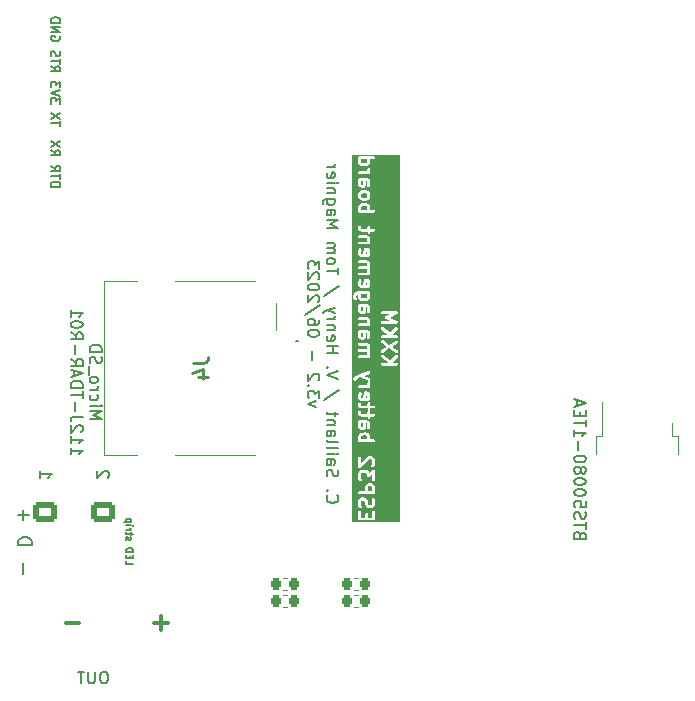
<source format=gbr>
%TF.GenerationSoftware,KiCad,Pcbnew,8.0.3*%
%TF.CreationDate,2024-09-27T14:44:27+02:00*%
%TF.ProjectId,KXKM_ESP32_battery_management_board,4b584b4d-5f45-4535-9033-325f62617474,3.2*%
%TF.SameCoordinates,PX623a7c0PY839b680*%
%TF.FileFunction,Legend,Bot*%
%TF.FilePolarity,Positive*%
%FSLAX46Y46*%
G04 Gerber Fmt 4.6, Leading zero omitted, Abs format (unit mm)*
G04 Created by KiCad (PCBNEW 8.0.3) date 2024-09-27 14:44:27*
%MOMM*%
%LPD*%
G01*
G04 APERTURE LIST*
G04 Aperture macros list*
%AMRoundRect*
0 Rectangle with rounded corners*
0 $1 Rounding radius*
0 $2 $3 $4 $5 $6 $7 $8 $9 X,Y pos of 4 corners*
0 Add a 4 corners polygon primitive as box body*
4,1,4,$2,$3,$4,$5,$6,$7,$8,$9,$2,$3,0*
0 Add four circle primitives for the rounded corners*
1,1,$1+$1,$2,$3*
1,1,$1+$1,$4,$5*
1,1,$1+$1,$6,$7*
1,1,$1+$1,$8,$9*
0 Add four rect primitives between the rounded corners*
20,1,$1+$1,$2,$3,$4,$5,0*
20,1,$1+$1,$4,$5,$6,$7,0*
20,1,$1+$1,$6,$7,$8,$9,0*
20,1,$1+$1,$8,$9,$2,$3,0*%
G04 Aperture macros list end*
%ADD10C,0.300000*%
%ADD11C,0.150000*%
%ADD12C,0.200000*%
%ADD13C,0.250000*%
%ADD14C,0.254000*%
%ADD15C,0.120000*%
%ADD16C,0.100000*%
%ADD17C,1.300000*%
%ADD18C,2.000000*%
%ADD19C,1.500000*%
%ADD20C,4.500880*%
%ADD21C,1.800000*%
%ADD22C,3.300000*%
%ADD23C,3.200000*%
%ADD24R,1.700000X1.700000*%
%ADD25O,1.700000X1.700000*%
%ADD26C,0.900000*%
%ADD27R,2.000000X2.000000*%
%ADD28C,0.990600*%
%ADD29RoundRect,0.250000X-0.725000X0.600000X-0.725000X-0.600000X0.725000X-0.600000X0.725000X0.600000X0*%
%ADD30O,1.950000X1.700000*%
%ADD31R,1.600000X1.600000*%
%ADD32O,1.600000X1.600000*%
%ADD33R,3.716000X3.716000*%
%ADD34C,3.716000*%
%ADD35O,1.200000X2.400000*%
%ADD36C,1.600000*%
%ADD37C,1.000000*%
%ADD38RoundRect,0.218750X0.218750X0.256250X-0.218750X0.256250X-0.218750X-0.256250X0.218750X-0.256250X0*%
%ADD39RoundRect,0.218750X-0.218750X-0.256250X0.218750X-0.256250X0.218750X0.256250X-0.218750X0.256250X0*%
%ADD40R,1.600000X0.700000*%
%ADD41R,1.400000X1.200000*%
%ADD42R,1.400000X1.600000*%
%ADD43R,2.200000X1.200000*%
%ADD44R,0.800000X2.200000*%
%ADD45R,5.800000X6.400000*%
G04 APERTURE END LIST*
D10*
X13071428Y5393100D02*
X11928571Y5393100D01*
X12499999Y4821672D02*
X12499999Y5964529D01*
X5571428Y5393100D02*
X4428571Y5393100D01*
D11*
X7964858Y17714287D02*
X8012477Y17761906D01*
X8012477Y17761906D02*
X8060096Y17857144D01*
X8060096Y17857144D02*
X8060096Y18095239D01*
X8060096Y18095239D02*
X8012477Y18190477D01*
X8012477Y18190477D02*
X7964858Y18238096D01*
X7964858Y18238096D02*
X7869620Y18285715D01*
X7869620Y18285715D02*
X7774382Y18285715D01*
X7774382Y18285715D02*
X7631525Y18238096D01*
X7631525Y18238096D02*
X7060096Y17666668D01*
X7060096Y17666668D02*
X7060096Y18285715D01*
X2230264Y18285715D02*
X2230264Y17714287D01*
X2230264Y18000001D02*
X3230264Y18000001D01*
X3230264Y18000001D02*
X3087407Y17904763D01*
X3087407Y17904763D02*
X2992169Y17809525D01*
X2992169Y17809525D02*
X2944550Y17714287D01*
D12*
X812400Y9585715D02*
X812400Y10500000D01*
X355257Y11985715D02*
X1555257Y11985715D01*
X1555257Y11985715D02*
X1555257Y12271429D01*
X1555257Y12271429D02*
X1498114Y12442858D01*
X1498114Y12442858D02*
X1383828Y12557143D01*
X1383828Y12557143D02*
X1269542Y12614286D01*
X1269542Y12614286D02*
X1040971Y12671429D01*
X1040971Y12671429D02*
X869542Y12671429D01*
X869542Y12671429D02*
X640971Y12614286D01*
X640971Y12614286D02*
X526685Y12557143D01*
X526685Y12557143D02*
X412400Y12442858D01*
X412400Y12442858D02*
X355257Y12271429D01*
X355257Y12271429D02*
X355257Y11985715D01*
X812400Y14100001D02*
X812400Y15014286D01*
X355257Y14557144D02*
X1269542Y14557144D01*
X6452752Y22680953D02*
X7452752Y22680953D01*
X7452752Y22680953D02*
X6738467Y23014286D01*
X6738467Y23014286D02*
X7452752Y23347619D01*
X7452752Y23347619D02*
X6452752Y23347619D01*
X6452752Y23823810D02*
X7119419Y23823810D01*
X7452752Y23823810D02*
X7405133Y23776191D01*
X7405133Y23776191D02*
X7357514Y23823810D01*
X7357514Y23823810D02*
X7405133Y23871429D01*
X7405133Y23871429D02*
X7452752Y23823810D01*
X7452752Y23823810D02*
X7357514Y23823810D01*
X6500372Y24728571D02*
X6452752Y24633333D01*
X6452752Y24633333D02*
X6452752Y24442857D01*
X6452752Y24442857D02*
X6500372Y24347619D01*
X6500372Y24347619D02*
X6547991Y24300000D01*
X6547991Y24300000D02*
X6643229Y24252381D01*
X6643229Y24252381D02*
X6928943Y24252381D01*
X6928943Y24252381D02*
X7024181Y24300000D01*
X7024181Y24300000D02*
X7071800Y24347619D01*
X7071800Y24347619D02*
X7119419Y24442857D01*
X7119419Y24442857D02*
X7119419Y24633333D01*
X7119419Y24633333D02*
X7071800Y24728571D01*
X6452752Y25157143D02*
X7119419Y25157143D01*
X6928943Y25157143D02*
X7024181Y25204762D01*
X7024181Y25204762D02*
X7071800Y25252381D01*
X7071800Y25252381D02*
X7119419Y25347619D01*
X7119419Y25347619D02*
X7119419Y25442857D01*
X6452752Y25919048D02*
X6500372Y25823810D01*
X6500372Y25823810D02*
X6547991Y25776191D01*
X6547991Y25776191D02*
X6643229Y25728572D01*
X6643229Y25728572D02*
X6928943Y25728572D01*
X6928943Y25728572D02*
X7024181Y25776191D01*
X7024181Y25776191D02*
X7071800Y25823810D01*
X7071800Y25823810D02*
X7119419Y25919048D01*
X7119419Y25919048D02*
X7119419Y26061905D01*
X7119419Y26061905D02*
X7071800Y26157143D01*
X7071800Y26157143D02*
X7024181Y26204762D01*
X7024181Y26204762D02*
X6928943Y26252381D01*
X6928943Y26252381D02*
X6643229Y26252381D01*
X6643229Y26252381D02*
X6547991Y26204762D01*
X6547991Y26204762D02*
X6500372Y26157143D01*
X6500372Y26157143D02*
X6452752Y26061905D01*
X6452752Y26061905D02*
X6452752Y25919048D01*
X6357514Y26442857D02*
X6357514Y27204762D01*
X6500372Y27395239D02*
X6452752Y27538096D01*
X6452752Y27538096D02*
X6452752Y27776191D01*
X6452752Y27776191D02*
X6500372Y27871429D01*
X6500372Y27871429D02*
X6547991Y27919048D01*
X6547991Y27919048D02*
X6643229Y27966667D01*
X6643229Y27966667D02*
X6738467Y27966667D01*
X6738467Y27966667D02*
X6833705Y27919048D01*
X6833705Y27919048D02*
X6881324Y27871429D01*
X6881324Y27871429D02*
X6928943Y27776191D01*
X6928943Y27776191D02*
X6976562Y27585715D01*
X6976562Y27585715D02*
X7024181Y27490477D01*
X7024181Y27490477D02*
X7071800Y27442858D01*
X7071800Y27442858D02*
X7167038Y27395239D01*
X7167038Y27395239D02*
X7262276Y27395239D01*
X7262276Y27395239D02*
X7357514Y27442858D01*
X7357514Y27442858D02*
X7405133Y27490477D01*
X7405133Y27490477D02*
X7452752Y27585715D01*
X7452752Y27585715D02*
X7452752Y27823810D01*
X7452752Y27823810D02*
X7405133Y27966667D01*
X6452752Y28395239D02*
X7452752Y28395239D01*
X7452752Y28395239D02*
X7452752Y28633334D01*
X7452752Y28633334D02*
X7405133Y28776191D01*
X7405133Y28776191D02*
X7309895Y28871429D01*
X7309895Y28871429D02*
X7214657Y28919048D01*
X7214657Y28919048D02*
X7024181Y28966667D01*
X7024181Y28966667D02*
X6881324Y28966667D01*
X6881324Y28966667D02*
X6690848Y28919048D01*
X6690848Y28919048D02*
X6595610Y28871429D01*
X6595610Y28871429D02*
X6500372Y28776191D01*
X6500372Y28776191D02*
X6452752Y28633334D01*
X6452752Y28633334D02*
X6452752Y28395239D01*
X4842808Y20252381D02*
X4842808Y19680953D01*
X4842808Y19966667D02*
X5842808Y19966667D01*
X5842808Y19966667D02*
X5699951Y19871429D01*
X5699951Y19871429D02*
X5604713Y19776191D01*
X5604713Y19776191D02*
X5557094Y19680953D01*
X4842808Y21204762D02*
X4842808Y20633334D01*
X4842808Y20919048D02*
X5842808Y20919048D01*
X5842808Y20919048D02*
X5699951Y20823810D01*
X5699951Y20823810D02*
X5604713Y20728572D01*
X5604713Y20728572D02*
X5557094Y20633334D01*
X5747570Y21585715D02*
X5795189Y21633334D01*
X5795189Y21633334D02*
X5842808Y21728572D01*
X5842808Y21728572D02*
X5842808Y21966667D01*
X5842808Y21966667D02*
X5795189Y22061905D01*
X5795189Y22061905D02*
X5747570Y22109524D01*
X5747570Y22109524D02*
X5652332Y22157143D01*
X5652332Y22157143D02*
X5557094Y22157143D01*
X5557094Y22157143D02*
X5414237Y22109524D01*
X5414237Y22109524D02*
X4842808Y21538096D01*
X4842808Y21538096D02*
X4842808Y22157143D01*
X5842808Y22871429D02*
X5128523Y22871429D01*
X5128523Y22871429D02*
X4985666Y22823810D01*
X4985666Y22823810D02*
X4890428Y22728572D01*
X4890428Y22728572D02*
X4842808Y22585715D01*
X4842808Y22585715D02*
X4842808Y22490477D01*
X5223761Y23347620D02*
X5223761Y24109524D01*
X5842808Y24442858D02*
X5842808Y25014286D01*
X4842808Y24728572D02*
X5842808Y24728572D01*
X4842808Y25347620D02*
X5842808Y25347620D01*
X5842808Y25347620D02*
X5842808Y25585715D01*
X5842808Y25585715D02*
X5795189Y25728572D01*
X5795189Y25728572D02*
X5699951Y25823810D01*
X5699951Y25823810D02*
X5604713Y25871429D01*
X5604713Y25871429D02*
X5414237Y25919048D01*
X5414237Y25919048D02*
X5271380Y25919048D01*
X5271380Y25919048D02*
X5080904Y25871429D01*
X5080904Y25871429D02*
X4985666Y25823810D01*
X4985666Y25823810D02*
X4890428Y25728572D01*
X4890428Y25728572D02*
X4842808Y25585715D01*
X4842808Y25585715D02*
X4842808Y25347620D01*
X5128523Y26300001D02*
X5128523Y26776191D01*
X4842808Y26204763D02*
X5842808Y26538096D01*
X5842808Y26538096D02*
X4842808Y26871429D01*
X4842808Y27776191D02*
X5318999Y27442858D01*
X4842808Y27204763D02*
X5842808Y27204763D01*
X5842808Y27204763D02*
X5842808Y27585715D01*
X5842808Y27585715D02*
X5795189Y27680953D01*
X5795189Y27680953D02*
X5747570Y27728572D01*
X5747570Y27728572D02*
X5652332Y27776191D01*
X5652332Y27776191D02*
X5509475Y27776191D01*
X5509475Y27776191D02*
X5414237Y27728572D01*
X5414237Y27728572D02*
X5366618Y27680953D01*
X5366618Y27680953D02*
X5318999Y27585715D01*
X5318999Y27585715D02*
X5318999Y27204763D01*
X5223761Y28204763D02*
X5223761Y28966667D01*
X4842808Y30014286D02*
X5318999Y29680953D01*
X4842808Y29442858D02*
X5842808Y29442858D01*
X5842808Y29442858D02*
X5842808Y29823810D01*
X5842808Y29823810D02*
X5795189Y29919048D01*
X5795189Y29919048D02*
X5747570Y29966667D01*
X5747570Y29966667D02*
X5652332Y30014286D01*
X5652332Y30014286D02*
X5509475Y30014286D01*
X5509475Y30014286D02*
X5414237Y29966667D01*
X5414237Y29966667D02*
X5366618Y29919048D01*
X5366618Y29919048D02*
X5318999Y29823810D01*
X5318999Y29823810D02*
X5318999Y29442858D01*
X5842808Y30633334D02*
X5842808Y30728572D01*
X5842808Y30728572D02*
X5795189Y30823810D01*
X5795189Y30823810D02*
X5747570Y30871429D01*
X5747570Y30871429D02*
X5652332Y30919048D01*
X5652332Y30919048D02*
X5461856Y30966667D01*
X5461856Y30966667D02*
X5223761Y30966667D01*
X5223761Y30966667D02*
X5033285Y30919048D01*
X5033285Y30919048D02*
X4938047Y30871429D01*
X4938047Y30871429D02*
X4890428Y30823810D01*
X4890428Y30823810D02*
X4842808Y30728572D01*
X4842808Y30728572D02*
X4842808Y30633334D01*
X4842808Y30633334D02*
X4890428Y30538096D01*
X4890428Y30538096D02*
X4938047Y30490477D01*
X4938047Y30490477D02*
X5033285Y30442858D01*
X5033285Y30442858D02*
X5223761Y30395239D01*
X5223761Y30395239D02*
X5461856Y30395239D01*
X5461856Y30395239D02*
X5652332Y30442858D01*
X5652332Y30442858D02*
X5747570Y30490477D01*
X5747570Y30490477D02*
X5795189Y30538096D01*
X5795189Y30538096D02*
X5842808Y30633334D01*
X4842808Y31919048D02*
X4842808Y31347620D01*
X4842808Y31633334D02*
X5842808Y31633334D01*
X5842808Y31633334D02*
X5699951Y31538096D01*
X5699951Y31538096D02*
X5604713Y31442858D01*
X5604713Y31442858D02*
X5557094Y31347620D01*
X26606991Y16209523D02*
X26559372Y16161904D01*
X26559372Y16161904D02*
X26511752Y16019047D01*
X26511752Y16019047D02*
X26511752Y15923809D01*
X26511752Y15923809D02*
X26559372Y15780952D01*
X26559372Y15780952D02*
X26654610Y15685714D01*
X26654610Y15685714D02*
X26749848Y15638095D01*
X26749848Y15638095D02*
X26940324Y15590476D01*
X26940324Y15590476D02*
X27083181Y15590476D01*
X27083181Y15590476D02*
X27273657Y15638095D01*
X27273657Y15638095D02*
X27368895Y15685714D01*
X27368895Y15685714D02*
X27464133Y15780952D01*
X27464133Y15780952D02*
X27511752Y15923809D01*
X27511752Y15923809D02*
X27511752Y16019047D01*
X27511752Y16019047D02*
X27464133Y16161904D01*
X27464133Y16161904D02*
X27416514Y16209523D01*
X26606991Y16638095D02*
X26559372Y16685714D01*
X26559372Y16685714D02*
X26511752Y16638095D01*
X26511752Y16638095D02*
X26559372Y16590476D01*
X26559372Y16590476D02*
X26606991Y16638095D01*
X26606991Y16638095D02*
X26511752Y16638095D01*
X26559372Y17828571D02*
X26511752Y17971428D01*
X26511752Y17971428D02*
X26511752Y18209523D01*
X26511752Y18209523D02*
X26559372Y18304761D01*
X26559372Y18304761D02*
X26606991Y18352380D01*
X26606991Y18352380D02*
X26702229Y18399999D01*
X26702229Y18399999D02*
X26797467Y18399999D01*
X26797467Y18399999D02*
X26892705Y18352380D01*
X26892705Y18352380D02*
X26940324Y18304761D01*
X26940324Y18304761D02*
X26987943Y18209523D01*
X26987943Y18209523D02*
X27035562Y18019047D01*
X27035562Y18019047D02*
X27083181Y17923809D01*
X27083181Y17923809D02*
X27130800Y17876190D01*
X27130800Y17876190D02*
X27226038Y17828571D01*
X27226038Y17828571D02*
X27321276Y17828571D01*
X27321276Y17828571D02*
X27416514Y17876190D01*
X27416514Y17876190D02*
X27464133Y17923809D01*
X27464133Y17923809D02*
X27511752Y18019047D01*
X27511752Y18019047D02*
X27511752Y18257142D01*
X27511752Y18257142D02*
X27464133Y18399999D01*
X26511752Y19257142D02*
X27035562Y19257142D01*
X27035562Y19257142D02*
X27130800Y19209523D01*
X27130800Y19209523D02*
X27178419Y19114285D01*
X27178419Y19114285D02*
X27178419Y18923809D01*
X27178419Y18923809D02*
X27130800Y18828571D01*
X26559372Y19257142D02*
X26511752Y19161904D01*
X26511752Y19161904D02*
X26511752Y18923809D01*
X26511752Y18923809D02*
X26559372Y18828571D01*
X26559372Y18828571D02*
X26654610Y18780952D01*
X26654610Y18780952D02*
X26749848Y18780952D01*
X26749848Y18780952D02*
X26845086Y18828571D01*
X26845086Y18828571D02*
X26892705Y18923809D01*
X26892705Y18923809D02*
X26892705Y19161904D01*
X26892705Y19161904D02*
X26940324Y19257142D01*
X26511752Y19733333D02*
X27178419Y19733333D01*
X27511752Y19733333D02*
X27464133Y19685714D01*
X27464133Y19685714D02*
X27416514Y19733333D01*
X27416514Y19733333D02*
X27464133Y19780952D01*
X27464133Y19780952D02*
X27511752Y19733333D01*
X27511752Y19733333D02*
X27416514Y19733333D01*
X26511752Y20352380D02*
X26559372Y20257142D01*
X26559372Y20257142D02*
X26654610Y20209523D01*
X26654610Y20209523D02*
X27511752Y20209523D01*
X26511752Y20876190D02*
X26559372Y20780952D01*
X26559372Y20780952D02*
X26654610Y20733333D01*
X26654610Y20733333D02*
X27511752Y20733333D01*
X26511752Y21685714D02*
X27035562Y21685714D01*
X27035562Y21685714D02*
X27130800Y21638095D01*
X27130800Y21638095D02*
X27178419Y21542857D01*
X27178419Y21542857D02*
X27178419Y21352381D01*
X27178419Y21352381D02*
X27130800Y21257143D01*
X26559372Y21685714D02*
X26511752Y21590476D01*
X26511752Y21590476D02*
X26511752Y21352381D01*
X26511752Y21352381D02*
X26559372Y21257143D01*
X26559372Y21257143D02*
X26654610Y21209524D01*
X26654610Y21209524D02*
X26749848Y21209524D01*
X26749848Y21209524D02*
X26845086Y21257143D01*
X26845086Y21257143D02*
X26892705Y21352381D01*
X26892705Y21352381D02*
X26892705Y21590476D01*
X26892705Y21590476D02*
X26940324Y21685714D01*
X27178419Y22161905D02*
X26511752Y22161905D01*
X27083181Y22161905D02*
X27130800Y22209524D01*
X27130800Y22209524D02*
X27178419Y22304762D01*
X27178419Y22304762D02*
X27178419Y22447619D01*
X27178419Y22447619D02*
X27130800Y22542857D01*
X27130800Y22542857D02*
X27035562Y22590476D01*
X27035562Y22590476D02*
X26511752Y22590476D01*
X27178419Y22923810D02*
X27178419Y23304762D01*
X27511752Y23066667D02*
X26654610Y23066667D01*
X26654610Y23066667D02*
X26559372Y23114286D01*
X26559372Y23114286D02*
X26511752Y23209524D01*
X26511752Y23209524D02*
X26511752Y23304762D01*
X27559372Y25114286D02*
X26273657Y24257144D01*
X27511752Y26066668D02*
X26511752Y26400001D01*
X26511752Y26400001D02*
X27511752Y26733334D01*
X26606991Y27066668D02*
X26559372Y27114287D01*
X26559372Y27114287D02*
X26511752Y27066668D01*
X26511752Y27066668D02*
X26559372Y27019049D01*
X26559372Y27019049D02*
X26606991Y27066668D01*
X26606991Y27066668D02*
X26511752Y27066668D01*
X26511752Y28304763D02*
X27511752Y28304763D01*
X27035562Y28304763D02*
X27035562Y28876191D01*
X26511752Y28876191D02*
X27511752Y28876191D01*
X26559372Y29733334D02*
X26511752Y29638096D01*
X26511752Y29638096D02*
X26511752Y29447620D01*
X26511752Y29447620D02*
X26559372Y29352382D01*
X26559372Y29352382D02*
X26654610Y29304763D01*
X26654610Y29304763D02*
X27035562Y29304763D01*
X27035562Y29304763D02*
X27130800Y29352382D01*
X27130800Y29352382D02*
X27178419Y29447620D01*
X27178419Y29447620D02*
X27178419Y29638096D01*
X27178419Y29638096D02*
X27130800Y29733334D01*
X27130800Y29733334D02*
X27035562Y29780953D01*
X27035562Y29780953D02*
X26940324Y29780953D01*
X26940324Y29780953D02*
X26845086Y29304763D01*
X27178419Y30209525D02*
X26511752Y30209525D01*
X27083181Y30209525D02*
X27130800Y30257144D01*
X27130800Y30257144D02*
X27178419Y30352382D01*
X27178419Y30352382D02*
X27178419Y30495239D01*
X27178419Y30495239D02*
X27130800Y30590477D01*
X27130800Y30590477D02*
X27035562Y30638096D01*
X27035562Y30638096D02*
X26511752Y30638096D01*
X26511752Y31114287D02*
X27178419Y31114287D01*
X26987943Y31114287D02*
X27083181Y31161906D01*
X27083181Y31161906D02*
X27130800Y31209525D01*
X27130800Y31209525D02*
X27178419Y31304763D01*
X27178419Y31304763D02*
X27178419Y31400001D01*
X27178419Y31638097D02*
X26511752Y31876192D01*
X27178419Y32114287D02*
X26511752Y31876192D01*
X26511752Y31876192D02*
X26273657Y31780954D01*
X26273657Y31780954D02*
X26226038Y31733335D01*
X26226038Y31733335D02*
X26178419Y31638097D01*
X27559372Y33971430D02*
X26273657Y33114288D01*
X27511752Y34923812D02*
X27511752Y35495240D01*
X26511752Y35209526D02*
X27511752Y35209526D01*
X26511752Y35971431D02*
X26559372Y35876193D01*
X26559372Y35876193D02*
X26606991Y35828574D01*
X26606991Y35828574D02*
X26702229Y35780955D01*
X26702229Y35780955D02*
X26987943Y35780955D01*
X26987943Y35780955D02*
X27083181Y35828574D01*
X27083181Y35828574D02*
X27130800Y35876193D01*
X27130800Y35876193D02*
X27178419Y35971431D01*
X27178419Y35971431D02*
X27178419Y36114288D01*
X27178419Y36114288D02*
X27130800Y36209526D01*
X27130800Y36209526D02*
X27083181Y36257145D01*
X27083181Y36257145D02*
X26987943Y36304764D01*
X26987943Y36304764D02*
X26702229Y36304764D01*
X26702229Y36304764D02*
X26606991Y36257145D01*
X26606991Y36257145D02*
X26559372Y36209526D01*
X26559372Y36209526D02*
X26511752Y36114288D01*
X26511752Y36114288D02*
X26511752Y35971431D01*
X26511752Y36733336D02*
X27178419Y36733336D01*
X27083181Y36733336D02*
X27130800Y36780955D01*
X27130800Y36780955D02*
X27178419Y36876193D01*
X27178419Y36876193D02*
X27178419Y37019050D01*
X27178419Y37019050D02*
X27130800Y37114288D01*
X27130800Y37114288D02*
X27035562Y37161907D01*
X27035562Y37161907D02*
X26511752Y37161907D01*
X27035562Y37161907D02*
X27130800Y37209526D01*
X27130800Y37209526D02*
X27178419Y37304764D01*
X27178419Y37304764D02*
X27178419Y37447621D01*
X27178419Y37447621D02*
X27130800Y37542860D01*
X27130800Y37542860D02*
X27035562Y37590479D01*
X27035562Y37590479D02*
X26511752Y37590479D01*
X26511752Y38828574D02*
X27511752Y38828574D01*
X27511752Y38828574D02*
X26797467Y39161907D01*
X26797467Y39161907D02*
X27511752Y39495240D01*
X27511752Y39495240D02*
X26511752Y39495240D01*
X26511752Y40400002D02*
X27035562Y40400002D01*
X27035562Y40400002D02*
X27130800Y40352383D01*
X27130800Y40352383D02*
X27178419Y40257145D01*
X27178419Y40257145D02*
X27178419Y40066669D01*
X27178419Y40066669D02*
X27130800Y39971431D01*
X26559372Y40400002D02*
X26511752Y40304764D01*
X26511752Y40304764D02*
X26511752Y40066669D01*
X26511752Y40066669D02*
X26559372Y39971431D01*
X26559372Y39971431D02*
X26654610Y39923812D01*
X26654610Y39923812D02*
X26749848Y39923812D01*
X26749848Y39923812D02*
X26845086Y39971431D01*
X26845086Y39971431D02*
X26892705Y40066669D01*
X26892705Y40066669D02*
X26892705Y40304764D01*
X26892705Y40304764D02*
X26940324Y40400002D01*
X27178419Y41304764D02*
X26368895Y41304764D01*
X26368895Y41304764D02*
X26273657Y41257145D01*
X26273657Y41257145D02*
X26226038Y41209526D01*
X26226038Y41209526D02*
X26178419Y41114288D01*
X26178419Y41114288D02*
X26178419Y40971431D01*
X26178419Y40971431D02*
X26226038Y40876193D01*
X26559372Y41304764D02*
X26511752Y41209526D01*
X26511752Y41209526D02*
X26511752Y41019050D01*
X26511752Y41019050D02*
X26559372Y40923812D01*
X26559372Y40923812D02*
X26606991Y40876193D01*
X26606991Y40876193D02*
X26702229Y40828574D01*
X26702229Y40828574D02*
X26987943Y40828574D01*
X26987943Y40828574D02*
X27083181Y40876193D01*
X27083181Y40876193D02*
X27130800Y40923812D01*
X27130800Y40923812D02*
X27178419Y41019050D01*
X27178419Y41019050D02*
X27178419Y41209526D01*
X27178419Y41209526D02*
X27130800Y41304764D01*
X27178419Y41780955D02*
X26511752Y41780955D01*
X27083181Y41780955D02*
X27130800Y41828574D01*
X27130800Y41828574D02*
X27178419Y41923812D01*
X27178419Y41923812D02*
X27178419Y42066669D01*
X27178419Y42066669D02*
X27130800Y42161907D01*
X27130800Y42161907D02*
X27035562Y42209526D01*
X27035562Y42209526D02*
X26511752Y42209526D01*
X26511752Y42685717D02*
X27178419Y42685717D01*
X27511752Y42685717D02*
X27464133Y42638098D01*
X27464133Y42638098D02*
X27416514Y42685717D01*
X27416514Y42685717D02*
X27464133Y42733336D01*
X27464133Y42733336D02*
X27511752Y42685717D01*
X27511752Y42685717D02*
X27416514Y42685717D01*
X26559372Y43542859D02*
X26511752Y43447621D01*
X26511752Y43447621D02*
X26511752Y43257145D01*
X26511752Y43257145D02*
X26559372Y43161907D01*
X26559372Y43161907D02*
X26654610Y43114288D01*
X26654610Y43114288D02*
X27035562Y43114288D01*
X27035562Y43114288D02*
X27130800Y43161907D01*
X27130800Y43161907D02*
X27178419Y43257145D01*
X27178419Y43257145D02*
X27178419Y43447621D01*
X27178419Y43447621D02*
X27130800Y43542859D01*
X27130800Y43542859D02*
X27035562Y43590478D01*
X27035562Y43590478D02*
X26940324Y43590478D01*
X26940324Y43590478D02*
X26845086Y43114288D01*
X26511752Y44019050D02*
X27178419Y44019050D01*
X26987943Y44019050D02*
X27083181Y44066669D01*
X27083181Y44066669D02*
X27130800Y44114288D01*
X27130800Y44114288D02*
X27178419Y44209526D01*
X27178419Y44209526D02*
X27178419Y44304764D01*
X25568475Y23709525D02*
X24901808Y23947620D01*
X24901808Y23947620D02*
X25568475Y24185715D01*
X25901808Y24471430D02*
X25901808Y25090477D01*
X25901808Y25090477D02*
X25520856Y24757144D01*
X25520856Y24757144D02*
X25520856Y24900001D01*
X25520856Y24900001D02*
X25473237Y24995239D01*
X25473237Y24995239D02*
X25425618Y25042858D01*
X25425618Y25042858D02*
X25330380Y25090477D01*
X25330380Y25090477D02*
X25092285Y25090477D01*
X25092285Y25090477D02*
X24997047Y25042858D01*
X24997047Y25042858D02*
X24949428Y24995239D01*
X24949428Y24995239D02*
X24901808Y24900001D01*
X24901808Y24900001D02*
X24901808Y24614287D01*
X24901808Y24614287D02*
X24949428Y24519049D01*
X24949428Y24519049D02*
X24997047Y24471430D01*
X24997047Y25519049D02*
X24949428Y25566668D01*
X24949428Y25566668D02*
X24901808Y25519049D01*
X24901808Y25519049D02*
X24949428Y25471430D01*
X24949428Y25471430D02*
X24997047Y25519049D01*
X24997047Y25519049D02*
X24901808Y25519049D01*
X25806570Y25947620D02*
X25854189Y25995239D01*
X25854189Y25995239D02*
X25901808Y26090477D01*
X25901808Y26090477D02*
X25901808Y26328572D01*
X25901808Y26328572D02*
X25854189Y26423810D01*
X25854189Y26423810D02*
X25806570Y26471429D01*
X25806570Y26471429D02*
X25711332Y26519048D01*
X25711332Y26519048D02*
X25616094Y26519048D01*
X25616094Y26519048D02*
X25473237Y26471429D01*
X25473237Y26471429D02*
X24901808Y25900001D01*
X24901808Y25900001D02*
X24901808Y26519048D01*
X25282761Y27709525D02*
X25282761Y28471429D01*
X25901808Y29900001D02*
X25901808Y29995239D01*
X25901808Y29995239D02*
X25854189Y30090477D01*
X25854189Y30090477D02*
X25806570Y30138096D01*
X25806570Y30138096D02*
X25711332Y30185715D01*
X25711332Y30185715D02*
X25520856Y30233334D01*
X25520856Y30233334D02*
X25282761Y30233334D01*
X25282761Y30233334D02*
X25092285Y30185715D01*
X25092285Y30185715D02*
X24997047Y30138096D01*
X24997047Y30138096D02*
X24949428Y30090477D01*
X24949428Y30090477D02*
X24901808Y29995239D01*
X24901808Y29995239D02*
X24901808Y29900001D01*
X24901808Y29900001D02*
X24949428Y29804763D01*
X24949428Y29804763D02*
X24997047Y29757144D01*
X24997047Y29757144D02*
X25092285Y29709525D01*
X25092285Y29709525D02*
X25282761Y29661906D01*
X25282761Y29661906D02*
X25520856Y29661906D01*
X25520856Y29661906D02*
X25711332Y29709525D01*
X25711332Y29709525D02*
X25806570Y29757144D01*
X25806570Y29757144D02*
X25854189Y29804763D01*
X25854189Y29804763D02*
X25901808Y29900001D01*
X25901808Y31090477D02*
X25901808Y30900001D01*
X25901808Y30900001D02*
X25854189Y30804763D01*
X25854189Y30804763D02*
X25806570Y30757144D01*
X25806570Y30757144D02*
X25663713Y30661906D01*
X25663713Y30661906D02*
X25473237Y30614287D01*
X25473237Y30614287D02*
X25092285Y30614287D01*
X25092285Y30614287D02*
X24997047Y30661906D01*
X24997047Y30661906D02*
X24949428Y30709525D01*
X24949428Y30709525D02*
X24901808Y30804763D01*
X24901808Y30804763D02*
X24901808Y30995239D01*
X24901808Y30995239D02*
X24949428Y31090477D01*
X24949428Y31090477D02*
X24997047Y31138096D01*
X24997047Y31138096D02*
X25092285Y31185715D01*
X25092285Y31185715D02*
X25330380Y31185715D01*
X25330380Y31185715D02*
X25425618Y31138096D01*
X25425618Y31138096D02*
X25473237Y31090477D01*
X25473237Y31090477D02*
X25520856Y30995239D01*
X25520856Y30995239D02*
X25520856Y30804763D01*
X25520856Y30804763D02*
X25473237Y30709525D01*
X25473237Y30709525D02*
X25425618Y30661906D01*
X25425618Y30661906D02*
X25330380Y30614287D01*
X25949428Y32328572D02*
X24663713Y31471430D01*
X25806570Y32614287D02*
X25854189Y32661906D01*
X25854189Y32661906D02*
X25901808Y32757144D01*
X25901808Y32757144D02*
X25901808Y32995239D01*
X25901808Y32995239D02*
X25854189Y33090477D01*
X25854189Y33090477D02*
X25806570Y33138096D01*
X25806570Y33138096D02*
X25711332Y33185715D01*
X25711332Y33185715D02*
X25616094Y33185715D01*
X25616094Y33185715D02*
X25473237Y33138096D01*
X25473237Y33138096D02*
X24901808Y32566668D01*
X24901808Y32566668D02*
X24901808Y33185715D01*
X25901808Y33804763D02*
X25901808Y33900001D01*
X25901808Y33900001D02*
X25854189Y33995239D01*
X25854189Y33995239D02*
X25806570Y34042858D01*
X25806570Y34042858D02*
X25711332Y34090477D01*
X25711332Y34090477D02*
X25520856Y34138096D01*
X25520856Y34138096D02*
X25282761Y34138096D01*
X25282761Y34138096D02*
X25092285Y34090477D01*
X25092285Y34090477D02*
X24997047Y34042858D01*
X24997047Y34042858D02*
X24949428Y33995239D01*
X24949428Y33995239D02*
X24901808Y33900001D01*
X24901808Y33900001D02*
X24901808Y33804763D01*
X24901808Y33804763D02*
X24949428Y33709525D01*
X24949428Y33709525D02*
X24997047Y33661906D01*
X24997047Y33661906D02*
X25092285Y33614287D01*
X25092285Y33614287D02*
X25282761Y33566668D01*
X25282761Y33566668D02*
X25520856Y33566668D01*
X25520856Y33566668D02*
X25711332Y33614287D01*
X25711332Y33614287D02*
X25806570Y33661906D01*
X25806570Y33661906D02*
X25854189Y33709525D01*
X25854189Y33709525D02*
X25901808Y33804763D01*
X25806570Y34519049D02*
X25854189Y34566668D01*
X25854189Y34566668D02*
X25901808Y34661906D01*
X25901808Y34661906D02*
X25901808Y34900001D01*
X25901808Y34900001D02*
X25854189Y34995239D01*
X25854189Y34995239D02*
X25806570Y35042858D01*
X25806570Y35042858D02*
X25711332Y35090477D01*
X25711332Y35090477D02*
X25616094Y35090477D01*
X25616094Y35090477D02*
X25473237Y35042858D01*
X25473237Y35042858D02*
X24901808Y34471430D01*
X24901808Y34471430D02*
X24901808Y35090477D01*
X25901808Y35423811D02*
X25901808Y36042858D01*
X25901808Y36042858D02*
X25520856Y35709525D01*
X25520856Y35709525D02*
X25520856Y35852382D01*
X25520856Y35852382D02*
X25473237Y35947620D01*
X25473237Y35947620D02*
X25425618Y35995239D01*
X25425618Y35995239D02*
X25330380Y36042858D01*
X25330380Y36042858D02*
X25092285Y36042858D01*
X25092285Y36042858D02*
X24997047Y35995239D01*
X24997047Y35995239D02*
X24949428Y35947620D01*
X24949428Y35947620D02*
X24901808Y35852382D01*
X24901808Y35852382D02*
X24901808Y35566668D01*
X24901808Y35566668D02*
X24949428Y35471430D01*
X24949428Y35471430D02*
X24997047Y35423811D01*
D11*
X7749999Y1295181D02*
X7559523Y1295181D01*
X7559523Y1295181D02*
X7464285Y1247562D01*
X7464285Y1247562D02*
X7369047Y1152324D01*
X7369047Y1152324D02*
X7321428Y961848D01*
X7321428Y961848D02*
X7321428Y628515D01*
X7321428Y628515D02*
X7369047Y438039D01*
X7369047Y438039D02*
X7464285Y342800D01*
X7464285Y342800D02*
X7559523Y295181D01*
X7559523Y295181D02*
X7749999Y295181D01*
X7749999Y295181D02*
X7845237Y342800D01*
X7845237Y342800D02*
X7940475Y438039D01*
X7940475Y438039D02*
X7988094Y628515D01*
X7988094Y628515D02*
X7988094Y961848D01*
X7988094Y961848D02*
X7940475Y1152324D01*
X7940475Y1152324D02*
X7845237Y1247562D01*
X7845237Y1247562D02*
X7749999Y1295181D01*
X6892856Y1295181D02*
X6892856Y485658D01*
X6892856Y485658D02*
X6845237Y390420D01*
X6845237Y390420D02*
X6797618Y342800D01*
X6797618Y342800D02*
X6702380Y295181D01*
X6702380Y295181D02*
X6511904Y295181D01*
X6511904Y295181D02*
X6416666Y342800D01*
X6416666Y342800D02*
X6369047Y390420D01*
X6369047Y390420D02*
X6321428Y485658D01*
X6321428Y485658D02*
X6321428Y1295181D01*
X5988094Y1295181D02*
X5416666Y1295181D01*
X5702380Y295181D02*
X5702380Y1295181D01*
D12*
X47971590Y12876191D02*
X47923971Y13019048D01*
X47923971Y13019048D02*
X47876352Y13066667D01*
X47876352Y13066667D02*
X47781114Y13114286D01*
X47781114Y13114286D02*
X47638257Y13114286D01*
X47638257Y13114286D02*
X47543019Y13066667D01*
X47543019Y13066667D02*
X47495400Y13019048D01*
X47495400Y13019048D02*
X47447780Y12923810D01*
X47447780Y12923810D02*
X47447780Y12542858D01*
X47447780Y12542858D02*
X48447780Y12542858D01*
X48447780Y12542858D02*
X48447780Y12876191D01*
X48447780Y12876191D02*
X48400161Y12971429D01*
X48400161Y12971429D02*
X48352542Y13019048D01*
X48352542Y13019048D02*
X48257304Y13066667D01*
X48257304Y13066667D02*
X48162066Y13066667D01*
X48162066Y13066667D02*
X48066828Y13019048D01*
X48066828Y13019048D02*
X48019209Y12971429D01*
X48019209Y12971429D02*
X47971590Y12876191D01*
X47971590Y12876191D02*
X47971590Y12542858D01*
X48447780Y13400001D02*
X48447780Y13971429D01*
X47447780Y13685715D02*
X48447780Y13685715D01*
X47495400Y14257144D02*
X47447780Y14400001D01*
X47447780Y14400001D02*
X47447780Y14638096D01*
X47447780Y14638096D02*
X47495400Y14733334D01*
X47495400Y14733334D02*
X47543019Y14780953D01*
X47543019Y14780953D02*
X47638257Y14828572D01*
X47638257Y14828572D02*
X47733495Y14828572D01*
X47733495Y14828572D02*
X47828733Y14780953D01*
X47828733Y14780953D02*
X47876352Y14733334D01*
X47876352Y14733334D02*
X47923971Y14638096D01*
X47923971Y14638096D02*
X47971590Y14447620D01*
X47971590Y14447620D02*
X48019209Y14352382D01*
X48019209Y14352382D02*
X48066828Y14304763D01*
X48066828Y14304763D02*
X48162066Y14257144D01*
X48162066Y14257144D02*
X48257304Y14257144D01*
X48257304Y14257144D02*
X48352542Y14304763D01*
X48352542Y14304763D02*
X48400161Y14352382D01*
X48400161Y14352382D02*
X48447780Y14447620D01*
X48447780Y14447620D02*
X48447780Y14685715D01*
X48447780Y14685715D02*
X48400161Y14828572D01*
X48447780Y15733334D02*
X48447780Y15257144D01*
X48447780Y15257144D02*
X47971590Y15209525D01*
X47971590Y15209525D02*
X48019209Y15257144D01*
X48019209Y15257144D02*
X48066828Y15352382D01*
X48066828Y15352382D02*
X48066828Y15590477D01*
X48066828Y15590477D02*
X48019209Y15685715D01*
X48019209Y15685715D02*
X47971590Y15733334D01*
X47971590Y15733334D02*
X47876352Y15780953D01*
X47876352Y15780953D02*
X47638257Y15780953D01*
X47638257Y15780953D02*
X47543019Y15733334D01*
X47543019Y15733334D02*
X47495400Y15685715D01*
X47495400Y15685715D02*
X47447780Y15590477D01*
X47447780Y15590477D02*
X47447780Y15352382D01*
X47447780Y15352382D02*
X47495400Y15257144D01*
X47495400Y15257144D02*
X47543019Y15209525D01*
X48447780Y16400001D02*
X48447780Y16495239D01*
X48447780Y16495239D02*
X48400161Y16590477D01*
X48400161Y16590477D02*
X48352542Y16638096D01*
X48352542Y16638096D02*
X48257304Y16685715D01*
X48257304Y16685715D02*
X48066828Y16733334D01*
X48066828Y16733334D02*
X47828733Y16733334D01*
X47828733Y16733334D02*
X47638257Y16685715D01*
X47638257Y16685715D02*
X47543019Y16638096D01*
X47543019Y16638096D02*
X47495400Y16590477D01*
X47495400Y16590477D02*
X47447780Y16495239D01*
X47447780Y16495239D02*
X47447780Y16400001D01*
X47447780Y16400001D02*
X47495400Y16304763D01*
X47495400Y16304763D02*
X47543019Y16257144D01*
X47543019Y16257144D02*
X47638257Y16209525D01*
X47638257Y16209525D02*
X47828733Y16161906D01*
X47828733Y16161906D02*
X48066828Y16161906D01*
X48066828Y16161906D02*
X48257304Y16209525D01*
X48257304Y16209525D02*
X48352542Y16257144D01*
X48352542Y16257144D02*
X48400161Y16304763D01*
X48400161Y16304763D02*
X48447780Y16400001D01*
X48447780Y17352382D02*
X48447780Y17447620D01*
X48447780Y17447620D02*
X48400161Y17542858D01*
X48400161Y17542858D02*
X48352542Y17590477D01*
X48352542Y17590477D02*
X48257304Y17638096D01*
X48257304Y17638096D02*
X48066828Y17685715D01*
X48066828Y17685715D02*
X47828733Y17685715D01*
X47828733Y17685715D02*
X47638257Y17638096D01*
X47638257Y17638096D02*
X47543019Y17590477D01*
X47543019Y17590477D02*
X47495400Y17542858D01*
X47495400Y17542858D02*
X47447780Y17447620D01*
X47447780Y17447620D02*
X47447780Y17352382D01*
X47447780Y17352382D02*
X47495400Y17257144D01*
X47495400Y17257144D02*
X47543019Y17209525D01*
X47543019Y17209525D02*
X47638257Y17161906D01*
X47638257Y17161906D02*
X47828733Y17114287D01*
X47828733Y17114287D02*
X48066828Y17114287D01*
X48066828Y17114287D02*
X48257304Y17161906D01*
X48257304Y17161906D02*
X48352542Y17209525D01*
X48352542Y17209525D02*
X48400161Y17257144D01*
X48400161Y17257144D02*
X48447780Y17352382D01*
X48019209Y18257144D02*
X48066828Y18161906D01*
X48066828Y18161906D02*
X48114447Y18114287D01*
X48114447Y18114287D02*
X48209685Y18066668D01*
X48209685Y18066668D02*
X48257304Y18066668D01*
X48257304Y18066668D02*
X48352542Y18114287D01*
X48352542Y18114287D02*
X48400161Y18161906D01*
X48400161Y18161906D02*
X48447780Y18257144D01*
X48447780Y18257144D02*
X48447780Y18447620D01*
X48447780Y18447620D02*
X48400161Y18542858D01*
X48400161Y18542858D02*
X48352542Y18590477D01*
X48352542Y18590477D02*
X48257304Y18638096D01*
X48257304Y18638096D02*
X48209685Y18638096D01*
X48209685Y18638096D02*
X48114447Y18590477D01*
X48114447Y18590477D02*
X48066828Y18542858D01*
X48066828Y18542858D02*
X48019209Y18447620D01*
X48019209Y18447620D02*
X48019209Y18257144D01*
X48019209Y18257144D02*
X47971590Y18161906D01*
X47971590Y18161906D02*
X47923971Y18114287D01*
X47923971Y18114287D02*
X47828733Y18066668D01*
X47828733Y18066668D02*
X47638257Y18066668D01*
X47638257Y18066668D02*
X47543019Y18114287D01*
X47543019Y18114287D02*
X47495400Y18161906D01*
X47495400Y18161906D02*
X47447780Y18257144D01*
X47447780Y18257144D02*
X47447780Y18447620D01*
X47447780Y18447620D02*
X47495400Y18542858D01*
X47495400Y18542858D02*
X47543019Y18590477D01*
X47543019Y18590477D02*
X47638257Y18638096D01*
X47638257Y18638096D02*
X47828733Y18638096D01*
X47828733Y18638096D02*
X47923971Y18590477D01*
X47923971Y18590477D02*
X47971590Y18542858D01*
X47971590Y18542858D02*
X48019209Y18447620D01*
X48447780Y19257144D02*
X48447780Y19352382D01*
X48447780Y19352382D02*
X48400161Y19447620D01*
X48400161Y19447620D02*
X48352542Y19495239D01*
X48352542Y19495239D02*
X48257304Y19542858D01*
X48257304Y19542858D02*
X48066828Y19590477D01*
X48066828Y19590477D02*
X47828733Y19590477D01*
X47828733Y19590477D02*
X47638257Y19542858D01*
X47638257Y19542858D02*
X47543019Y19495239D01*
X47543019Y19495239D02*
X47495400Y19447620D01*
X47495400Y19447620D02*
X47447780Y19352382D01*
X47447780Y19352382D02*
X47447780Y19257144D01*
X47447780Y19257144D02*
X47495400Y19161906D01*
X47495400Y19161906D02*
X47543019Y19114287D01*
X47543019Y19114287D02*
X47638257Y19066668D01*
X47638257Y19066668D02*
X47828733Y19019049D01*
X47828733Y19019049D02*
X48066828Y19019049D01*
X48066828Y19019049D02*
X48257304Y19066668D01*
X48257304Y19066668D02*
X48352542Y19114287D01*
X48352542Y19114287D02*
X48400161Y19161906D01*
X48400161Y19161906D02*
X48447780Y19257144D01*
X47828733Y20019049D02*
X47828733Y20780953D01*
X47447780Y21780953D02*
X47447780Y21209525D01*
X47447780Y21495239D02*
X48447780Y21495239D01*
X48447780Y21495239D02*
X48304923Y21400001D01*
X48304923Y21400001D02*
X48209685Y21304763D01*
X48209685Y21304763D02*
X48162066Y21209525D01*
X48447780Y22066668D02*
X48447780Y22638096D01*
X47447780Y22352382D02*
X48447780Y22352382D01*
X47971590Y22971430D02*
X47971590Y23304763D01*
X47447780Y23447620D02*
X47447780Y22971430D01*
X47447780Y22971430D02*
X48447780Y22971430D01*
X48447780Y22971430D02*
X48447780Y23447620D01*
X47733495Y23828573D02*
X47733495Y24304763D01*
X47447780Y23733335D02*
X48447780Y24066668D01*
X48447780Y24066668D02*
X47447780Y24400001D01*
D11*
X9530228Y10671430D02*
X9530228Y10385716D01*
X9530228Y10385716D02*
X10130228Y10385716D01*
X9844514Y10871430D02*
X9844514Y11071430D01*
X9530228Y11157144D02*
X9530228Y10871430D01*
X9530228Y10871430D02*
X10130228Y10871430D01*
X10130228Y10871430D02*
X10130228Y11157144D01*
X9530228Y11414287D02*
X10130228Y11414287D01*
X10130228Y11414287D02*
X10130228Y11557144D01*
X10130228Y11557144D02*
X10101657Y11642858D01*
X10101657Y11642858D02*
X10044514Y11700001D01*
X10044514Y11700001D02*
X9987371Y11728572D01*
X9987371Y11728572D02*
X9873085Y11757144D01*
X9873085Y11757144D02*
X9787371Y11757144D01*
X9787371Y11757144D02*
X9673085Y11728572D01*
X9673085Y11728572D02*
X9615942Y11700001D01*
X9615942Y11700001D02*
X9558800Y11642858D01*
X9558800Y11642858D02*
X9530228Y11557144D01*
X9530228Y11557144D02*
X9530228Y11414287D01*
X9558800Y12442858D02*
X9530228Y12500001D01*
X9530228Y12500001D02*
X9530228Y12614287D01*
X9530228Y12614287D02*
X9558800Y12671430D01*
X9558800Y12671430D02*
X9615942Y12700001D01*
X9615942Y12700001D02*
X9644514Y12700001D01*
X9644514Y12700001D02*
X9701657Y12671430D01*
X9701657Y12671430D02*
X9730228Y12614287D01*
X9730228Y12614287D02*
X9730228Y12528572D01*
X9730228Y12528572D02*
X9758800Y12471430D01*
X9758800Y12471430D02*
X9815942Y12442858D01*
X9815942Y12442858D02*
X9844514Y12442858D01*
X9844514Y12442858D02*
X9901657Y12471430D01*
X9901657Y12471430D02*
X9930228Y12528572D01*
X9930228Y12528572D02*
X9930228Y12614287D01*
X9930228Y12614287D02*
X9901657Y12671430D01*
X9930228Y12871429D02*
X9930228Y13100001D01*
X10130228Y12957144D02*
X9615942Y12957144D01*
X9615942Y12957144D02*
X9558800Y12985715D01*
X9558800Y12985715D02*
X9530228Y13042858D01*
X9530228Y13042858D02*
X9530228Y13100001D01*
X9530228Y13300001D02*
X9930228Y13300001D01*
X9815942Y13300001D02*
X9873085Y13328572D01*
X9873085Y13328572D02*
X9901657Y13357143D01*
X9901657Y13357143D02*
X9930228Y13414286D01*
X9930228Y13414286D02*
X9930228Y13471429D01*
X9530228Y13671430D02*
X9930228Y13671430D01*
X10130228Y13671430D02*
X10101657Y13642858D01*
X10101657Y13642858D02*
X10073085Y13671430D01*
X10073085Y13671430D02*
X10101657Y13700001D01*
X10101657Y13700001D02*
X10130228Y13671430D01*
X10130228Y13671430D02*
X10073085Y13671430D01*
X9930228Y13957144D02*
X9330228Y13957144D01*
X9901657Y13957144D02*
X9930228Y14014286D01*
X9930228Y14014286D02*
X9930228Y14128572D01*
X9930228Y14128572D02*
X9901657Y14185715D01*
X9901657Y14185715D02*
X9873085Y14214286D01*
X9873085Y14214286D02*
X9815942Y14242858D01*
X9815942Y14242858D02*
X9644514Y14242858D01*
X9644514Y14242858D02*
X9587371Y14214286D01*
X9587371Y14214286D02*
X9558800Y14185715D01*
X9558800Y14185715D02*
X9530228Y14128572D01*
X9530228Y14128572D02*
X9530228Y14014286D01*
X9530228Y14014286D02*
X9558800Y13957144D01*
X3137704Y42357141D02*
X3937704Y42357141D01*
X3937704Y42357141D02*
X3937704Y42535712D01*
X3937704Y42535712D02*
X3899609Y42642855D01*
X3899609Y42642855D02*
X3823419Y42714284D01*
X3823419Y42714284D02*
X3747228Y42749998D01*
X3747228Y42749998D02*
X3594847Y42785712D01*
X3594847Y42785712D02*
X3480561Y42785712D01*
X3480561Y42785712D02*
X3328180Y42749998D01*
X3328180Y42749998D02*
X3251990Y42714284D01*
X3251990Y42714284D02*
X3175800Y42642855D01*
X3175800Y42642855D02*
X3137704Y42535712D01*
X3137704Y42535712D02*
X3137704Y42357141D01*
X3937704Y42999998D02*
X3937704Y43428569D01*
X3137704Y43214284D02*
X3937704Y43214284D01*
X3137704Y44107141D02*
X3518657Y43857141D01*
X3137704Y43678570D02*
X3937704Y43678570D01*
X3937704Y43678570D02*
X3937704Y43964284D01*
X3937704Y43964284D02*
X3899609Y44035713D01*
X3899609Y44035713D02*
X3861514Y44071427D01*
X3861514Y44071427D02*
X3785323Y44107141D01*
X3785323Y44107141D02*
X3671038Y44107141D01*
X3671038Y44107141D02*
X3594847Y44071427D01*
X3594847Y44071427D02*
X3556752Y44035713D01*
X3556752Y44035713D02*
X3518657Y43964284D01*
X3518657Y43964284D02*
X3518657Y43678570D01*
X3137704Y45428570D02*
X3518657Y45178570D01*
X3137704Y44999999D02*
X3937704Y44999999D01*
X3937704Y44999999D02*
X3937704Y45285713D01*
X3937704Y45285713D02*
X3899609Y45357142D01*
X3899609Y45357142D02*
X3861514Y45392856D01*
X3861514Y45392856D02*
X3785323Y45428570D01*
X3785323Y45428570D02*
X3671038Y45428570D01*
X3671038Y45428570D02*
X3594847Y45392856D01*
X3594847Y45392856D02*
X3556752Y45357142D01*
X3556752Y45357142D02*
X3518657Y45285713D01*
X3518657Y45285713D02*
X3518657Y44999999D01*
X3937704Y45678570D02*
X3137704Y46178570D01*
X3937704Y46178570D02*
X3137704Y45678570D01*
X3937704Y47500000D02*
X3937704Y47928571D01*
X3137704Y47714286D02*
X3937704Y47714286D01*
X3937704Y48107143D02*
X3137704Y48607143D01*
X3937704Y48607143D02*
X3137704Y48107143D01*
X3937704Y49392858D02*
X3937704Y49857144D01*
X3937704Y49857144D02*
X3632942Y49607144D01*
X3632942Y49607144D02*
X3632942Y49714287D01*
X3632942Y49714287D02*
X3594847Y49785715D01*
X3594847Y49785715D02*
X3556752Y49821430D01*
X3556752Y49821430D02*
X3480561Y49857144D01*
X3480561Y49857144D02*
X3290085Y49857144D01*
X3290085Y49857144D02*
X3213895Y49821430D01*
X3213895Y49821430D02*
X3175800Y49785715D01*
X3175800Y49785715D02*
X3137704Y49714287D01*
X3137704Y49714287D02*
X3137704Y49500001D01*
X3137704Y49500001D02*
X3175800Y49428573D01*
X3175800Y49428573D02*
X3213895Y49392858D01*
X3937704Y50071430D02*
X3137704Y50321430D01*
X3137704Y50321430D02*
X3937704Y50571430D01*
X3937704Y50750001D02*
X3937704Y51214287D01*
X3937704Y51214287D02*
X3632942Y50964287D01*
X3632942Y50964287D02*
X3632942Y51071430D01*
X3632942Y51071430D02*
X3594847Y51142858D01*
X3594847Y51142858D02*
X3556752Y51178573D01*
X3556752Y51178573D02*
X3480561Y51214287D01*
X3480561Y51214287D02*
X3290085Y51214287D01*
X3290085Y51214287D02*
X3213895Y51178573D01*
X3213895Y51178573D02*
X3175800Y51142858D01*
X3175800Y51142858D02*
X3137704Y51071430D01*
X3137704Y51071430D02*
X3137704Y50857144D01*
X3137704Y50857144D02*
X3175800Y50785716D01*
X3175800Y50785716D02*
X3213895Y50750001D01*
X3137704Y52535716D02*
X3518657Y52285716D01*
X3137704Y52107145D02*
X3937704Y52107145D01*
X3937704Y52107145D02*
X3937704Y52392859D01*
X3937704Y52392859D02*
X3899609Y52464288D01*
X3899609Y52464288D02*
X3861514Y52500002D01*
X3861514Y52500002D02*
X3785323Y52535716D01*
X3785323Y52535716D02*
X3671038Y52535716D01*
X3671038Y52535716D02*
X3594847Y52500002D01*
X3594847Y52500002D02*
X3556752Y52464288D01*
X3556752Y52464288D02*
X3518657Y52392859D01*
X3518657Y52392859D02*
X3518657Y52107145D01*
X3937704Y52750002D02*
X3937704Y53178573D01*
X3137704Y52964288D02*
X3937704Y52964288D01*
X3175800Y53392860D02*
X3137704Y53500002D01*
X3137704Y53500002D02*
X3137704Y53678574D01*
X3137704Y53678574D02*
X3175800Y53750002D01*
X3175800Y53750002D02*
X3213895Y53785717D01*
X3213895Y53785717D02*
X3290085Y53821431D01*
X3290085Y53821431D02*
X3366276Y53821431D01*
X3366276Y53821431D02*
X3442466Y53785717D01*
X3442466Y53785717D02*
X3480561Y53750002D01*
X3480561Y53750002D02*
X3518657Y53678574D01*
X3518657Y53678574D02*
X3556752Y53535717D01*
X3556752Y53535717D02*
X3594847Y53464288D01*
X3594847Y53464288D02*
X3632942Y53428574D01*
X3632942Y53428574D02*
X3709133Y53392860D01*
X3709133Y53392860D02*
X3785323Y53392860D01*
X3785323Y53392860D02*
X3861514Y53428574D01*
X3861514Y53428574D02*
X3899609Y53464288D01*
X3899609Y53464288D02*
X3937704Y53535717D01*
X3937704Y53535717D02*
X3937704Y53714288D01*
X3937704Y53714288D02*
X3899609Y53821431D01*
X3899609Y55107146D02*
X3937704Y55035717D01*
X3937704Y55035717D02*
X3937704Y54928575D01*
X3937704Y54928575D02*
X3899609Y54821432D01*
X3899609Y54821432D02*
X3823419Y54750003D01*
X3823419Y54750003D02*
X3747228Y54714289D01*
X3747228Y54714289D02*
X3594847Y54678575D01*
X3594847Y54678575D02*
X3480561Y54678575D01*
X3480561Y54678575D02*
X3328180Y54714289D01*
X3328180Y54714289D02*
X3251990Y54750003D01*
X3251990Y54750003D02*
X3175800Y54821432D01*
X3175800Y54821432D02*
X3137704Y54928575D01*
X3137704Y54928575D02*
X3137704Y55000003D01*
X3137704Y55000003D02*
X3175800Y55107146D01*
X3175800Y55107146D02*
X3213895Y55142860D01*
X3213895Y55142860D02*
X3480561Y55142860D01*
X3480561Y55142860D02*
X3480561Y55000003D01*
X3137704Y55464289D02*
X3937704Y55464289D01*
X3937704Y55464289D02*
X3137704Y55892860D01*
X3137704Y55892860D02*
X3937704Y55892860D01*
X3137704Y56250003D02*
X3937704Y56250003D01*
X3937704Y56250003D02*
X3937704Y56428574D01*
X3937704Y56428574D02*
X3899609Y56535717D01*
X3899609Y56535717D02*
X3823419Y56607146D01*
X3823419Y56607146D02*
X3747228Y56642860D01*
X3747228Y56642860D02*
X3594847Y56678574D01*
X3594847Y56678574D02*
X3480561Y56678574D01*
X3480561Y56678574D02*
X3328180Y56642860D01*
X3328180Y56642860D02*
X3251990Y56607146D01*
X3251990Y56607146D02*
X3175800Y56535717D01*
X3175800Y56535717D02*
X3137704Y56428574D01*
X3137704Y56428574D02*
X3137704Y56250003D01*
D13*
G36*
X30300946Y16971837D02*
G01*
X30330759Y16943355D01*
X30367022Y16873604D01*
X30368549Y16567619D01*
X29987700Y16566871D01*
X29986202Y16867165D01*
X30020055Y16937630D01*
X30048538Y16967443D01*
X30118668Y17003903D01*
X30231326Y17005285D01*
X30300946Y16971837D01*
G37*
G36*
X29900945Y21257552D02*
G01*
X29930760Y21229069D01*
X29967143Y21159086D01*
X29968754Y20989457D01*
X29957875Y20966813D01*
X29426000Y20965769D01*
X29416638Y20983778D01*
X29415027Y21153406D01*
X29448628Y21223345D01*
X29477108Y21253157D01*
X29546940Y21289462D01*
X29830663Y21291317D01*
X29900945Y21257552D01*
G37*
G36*
X29625995Y22075375D02*
G01*
X29600256Y22021801D01*
X29550557Y21995963D01*
X29494739Y21994996D01*
X29442260Y22020209D01*
X29416685Y22069401D01*
X29414929Y22296059D01*
X29425639Y22318352D01*
X29624107Y22319082D01*
X29625995Y22075375D01*
G37*
G36*
X29941522Y24751224D02*
G01*
X29967143Y24701942D01*
X29968754Y24532313D01*
X29943113Y24478943D01*
X29894062Y24453442D01*
X29843676Y24453190D01*
X29905452Y24768553D01*
X29941522Y24751224D01*
G37*
G36*
X29625995Y29732517D02*
G01*
X29600256Y29678943D01*
X29550557Y29653105D01*
X29494739Y29652138D01*
X29442260Y29677351D01*
X29416685Y29726543D01*
X29414929Y29953201D01*
X29425639Y29975494D01*
X29624107Y29976224D01*
X29625995Y29732517D01*
G37*
G36*
X29625995Y31903945D02*
G01*
X29600256Y31850371D01*
X29550557Y31824533D01*
X29494739Y31823566D01*
X29442260Y31848779D01*
X29416685Y31897971D01*
X29414929Y32124629D01*
X29425639Y32146922D01*
X29624107Y32147652D01*
X29625995Y31903945D01*
G37*
G36*
X29967143Y33216226D02*
G01*
X29968754Y33046598D01*
X29935154Y32976662D01*
X29906672Y32946848D01*
X29836839Y32910542D01*
X29553117Y32908687D01*
X29482834Y32942452D01*
X29453022Y32970934D01*
X29416638Y33040919D01*
X29415027Y33210547D01*
X29425756Y33232880D01*
X29957818Y33234163D01*
X29967143Y33216226D01*
G37*
G36*
X29941522Y34294080D02*
G01*
X29967143Y34244798D01*
X29968754Y34075169D01*
X29943113Y34021799D01*
X29894062Y33996298D01*
X29843676Y33996046D01*
X29905452Y34311409D01*
X29941522Y34294080D01*
G37*
G36*
X29941522Y36922651D02*
G01*
X29967143Y36873369D01*
X29968754Y36703740D01*
X29943113Y36650370D01*
X29894062Y36624869D01*
X29843676Y36624617D01*
X29905452Y36939980D01*
X29941522Y36922651D01*
G37*
G36*
X29900945Y40686120D02*
G01*
X29930760Y40657637D01*
X29967143Y40587654D01*
X29968754Y40418025D01*
X29957875Y40395381D01*
X29426000Y40394337D01*
X29416638Y40412346D01*
X29415027Y40581974D01*
X29448628Y40651913D01*
X29477108Y40681725D01*
X29546940Y40718030D01*
X29830663Y40719885D01*
X29900945Y40686120D01*
G37*
G36*
X29900945Y41771834D02*
G01*
X29930760Y41743351D01*
X29967219Y41673222D01*
X29968601Y41560564D01*
X29935154Y41490946D01*
X29906672Y41461132D01*
X29836839Y41424826D01*
X29553117Y41422971D01*
X29482834Y41456736D01*
X29453022Y41485218D01*
X29416562Y41555348D01*
X29415180Y41668007D01*
X29448628Y41737627D01*
X29477108Y41767439D01*
X29546940Y41803744D01*
X29830663Y41805599D01*
X29900945Y41771834D01*
G37*
G36*
X29625995Y42589657D02*
G01*
X29600256Y42536083D01*
X29550557Y42510245D01*
X29494739Y42509278D01*
X29442260Y42534491D01*
X29416685Y42583683D01*
X29414929Y42810341D01*
X29425639Y42832634D01*
X29624107Y42833364D01*
X29625995Y42589657D01*
G37*
G36*
X29967143Y44644795D02*
G01*
X29968754Y44475167D01*
X29935154Y44405231D01*
X29906672Y44375417D01*
X29836839Y44339111D01*
X29553117Y44337256D01*
X29482834Y44371021D01*
X29453022Y44399503D01*
X29416638Y44469488D01*
X29415027Y44639116D01*
X29425529Y44660975D01*
X29958188Y44662020D01*
X29967143Y44644795D01*
G37*
G36*
X32682156Y13955956D02*
G01*
X28633558Y13955956D01*
X28633558Y14785717D01*
X29166891Y14785717D01*
X29169293Y14189903D01*
X29187957Y14144843D01*
X29222445Y14110355D01*
X29267505Y14091691D01*
X29291891Y14089289D01*
X30516277Y14091691D01*
X30561337Y14110355D01*
X30595825Y14144843D01*
X30614489Y14189903D01*
X30616891Y14214289D01*
X30614489Y14810103D01*
X30595825Y14855163D01*
X30561337Y14889651D01*
X30516277Y14908315D01*
X30467505Y14908315D01*
X30422445Y14889651D01*
X30387957Y14855163D01*
X30369293Y14810103D01*
X30366891Y14785717D01*
X30368691Y14339048D01*
X30044759Y14338412D01*
X30043060Y14638675D01*
X30024396Y14683735D01*
X29989908Y14718223D01*
X29944848Y14736887D01*
X29896076Y14736887D01*
X29851016Y14718223D01*
X29816528Y14683735D01*
X29797864Y14638675D01*
X29795462Y14614289D01*
X29797026Y14337926D01*
X29416395Y14337180D01*
X29414489Y14810103D01*
X29395825Y14855163D01*
X29361337Y14889651D01*
X29316277Y14908315D01*
X29267505Y14908315D01*
X29222445Y14889651D01*
X29187957Y14855163D01*
X29169293Y14810103D01*
X29166891Y14785717D01*
X28633558Y14785717D01*
X28633558Y15700003D01*
X29166891Y15700003D01*
X29169092Y15415813D01*
X29167873Y15398653D01*
X29169272Y15392497D01*
X29169293Y15389902D01*
X29170556Y15386853D01*
X29173306Y15374759D01*
X29240439Y15180956D01*
X29272394Y15144111D01*
X29316019Y15122299D01*
X29364668Y15118842D01*
X29410938Y15134265D01*
X29447783Y15166221D01*
X29469595Y15209845D01*
X29473052Y15258495D01*
X29467619Y15282389D01*
X29416775Y15429166D01*
X29414929Y15667488D01*
X29448627Y15737629D01*
X29477110Y15767444D01*
X29547508Y15804043D01*
X29603327Y15805010D01*
X29672373Y15771838D01*
X29702187Y15743355D01*
X29743613Y15663673D01*
X29799056Y15450300D01*
X29799901Y15438415D01*
X29806889Y15420154D01*
X29807439Y15418038D01*
X29807976Y15417313D01*
X29808659Y15415529D01*
X29868010Y15301367D01*
X29873672Y15287700D01*
X29877611Y15282900D01*
X29878856Y15280506D01*
X29881353Y15278340D01*
X29889217Y15268758D01*
X29949572Y15211097D01*
X29958109Y15201254D01*
X29963285Y15197996D01*
X29965301Y15196070D01*
X29968351Y15194807D01*
X29978846Y15188200D01*
X30077904Y15140610D01*
X30079588Y15138926D01*
X30092799Y15133454D01*
X30116018Y15122299D01*
X30120499Y15121981D01*
X30124648Y15120262D01*
X30149034Y15117860D01*
X30245609Y15119533D01*
X30247685Y15118841D01*
X30261223Y15119804D01*
X30287705Y15120262D01*
X30291853Y15121981D01*
X30296335Y15122299D01*
X30319221Y15131057D01*
X30433379Y15190407D01*
X30447051Y15196070D01*
X30451853Y15200012D01*
X30454244Y15201254D01*
X30456407Y15203749D01*
X30465993Y15211615D01*
X30523654Y15271971D01*
X30533497Y15280507D01*
X30536755Y15285684D01*
X30538681Y15287699D01*
X30539944Y15290750D01*
X30546551Y15301244D01*
X30594140Y15400301D01*
X30595825Y15401985D01*
X30601297Y15415199D01*
X30612452Y15438415D01*
X30612770Y15442897D01*
X30614489Y15447045D01*
X30616891Y15471431D01*
X30614689Y15755622D01*
X30615909Y15772781D01*
X30614509Y15778938D01*
X30614489Y15781532D01*
X30613225Y15784582D01*
X30610476Y15796675D01*
X30543343Y15990478D01*
X30511388Y16027323D01*
X30467763Y16049135D01*
X30419113Y16052592D01*
X30372844Y16037169D01*
X30335999Y16005214D01*
X30314187Y15961589D01*
X30310730Y15912939D01*
X30316163Y15889045D01*
X30367006Y15742269D01*
X30368852Y15503947D01*
X30335154Y15433807D01*
X30306672Y15403993D01*
X30236271Y15367392D01*
X30180454Y15366425D01*
X30111407Y15399597D01*
X30081593Y15428080D01*
X30040167Y15507761D01*
X29984724Y15721134D01*
X29983880Y15733019D01*
X29976890Y15751283D01*
X29976342Y15753395D01*
X29975805Y15754120D01*
X29975122Y15755905D01*
X29915774Y15870060D01*
X29910110Y15883733D01*
X29906167Y15888537D01*
X29904925Y15890927D01*
X29902430Y15893091D01*
X29894565Y15902675D01*
X29834210Y15960337D01*
X29825673Y15970180D01*
X29820495Y15973439D01*
X29818481Y15975364D01*
X29815430Y15976628D01*
X29804936Y15983234D01*
X29705877Y16030825D01*
X29704194Y16032508D01*
X29690982Y16037981D01*
X29667764Y16049135D01*
X29663282Y16049454D01*
X29659134Y16051172D01*
X29634748Y16053574D01*
X29538171Y16051902D01*
X29536096Y16052593D01*
X29522557Y16051631D01*
X29496076Y16051172D01*
X29491927Y16049454D01*
X29487446Y16049135D01*
X29464561Y16040378D01*
X29350404Y15981029D01*
X29336729Y15975364D01*
X29331924Y15971422D01*
X29329537Y15970180D01*
X29327375Y15967689D01*
X29317787Y15959819D01*
X29260134Y15899471D01*
X29250285Y15890928D01*
X29247023Y15885747D01*
X29245100Y15883733D01*
X29243837Y15880686D01*
X29237231Y15870190D01*
X29189641Y15771134D01*
X29187957Y15769449D01*
X29182484Y15756236D01*
X29171330Y15733019D01*
X29171011Y15728538D01*
X29169293Y15724389D01*
X29166891Y15700003D01*
X28633558Y15700003D01*
X28633558Y16467246D01*
X29169293Y16467246D01*
X29169293Y16418474D01*
X29187957Y16373414D01*
X29222445Y16338926D01*
X29267505Y16320262D01*
X29291891Y16317860D01*
X30516277Y16320262D01*
X30561337Y16338926D01*
X30595825Y16373414D01*
X30614489Y16418474D01*
X30616891Y16442860D01*
X30614706Y16880760D01*
X30615910Y16884370D01*
X30614596Y16902850D01*
X30614489Y16924389D01*
X30612770Y16928538D01*
X30612452Y16933019D01*
X30603694Y16955905D01*
X30544345Y17070061D01*
X30538681Y17083735D01*
X30534738Y17088540D01*
X30533497Y17090927D01*
X30531005Y17093089D01*
X30523136Y17102677D01*
X30462783Y17160335D01*
X30454244Y17170180D01*
X30449064Y17173441D01*
X30447051Y17175364D01*
X30444003Y17176627D01*
X30433507Y17183234D01*
X30334448Y17230825D01*
X30332765Y17232508D01*
X30319553Y17237981D01*
X30296335Y17249135D01*
X30291853Y17249454D01*
X30287705Y17251172D01*
X30263319Y17253574D01*
X30110216Y17251696D01*
X30107525Y17252593D01*
X30091710Y17251469D01*
X30067505Y17251172D01*
X30063356Y17249454D01*
X30058875Y17249135D01*
X30035990Y17240378D01*
X29921832Y17181029D01*
X29908158Y17175364D01*
X29903353Y17171422D01*
X29900966Y17170180D01*
X29898804Y17167689D01*
X29889216Y17159819D01*
X29831563Y17099472D01*
X29821713Y17090928D01*
X29818450Y17085746D01*
X29816529Y17083734D01*
X29815267Y17080689D01*
X29808659Y17070190D01*
X29761069Y16971134D01*
X29759385Y16969449D01*
X29753912Y16956236D01*
X29742758Y16933019D01*
X29742439Y16928538D01*
X29740721Y16924389D01*
X29738319Y16900003D01*
X29739983Y16566385D01*
X29267505Y16565458D01*
X29222445Y16546794D01*
X29187957Y16512306D01*
X29169293Y16467246D01*
X28633558Y16467246D01*
X28633558Y18042860D01*
X29166891Y18042860D01*
X29169008Y17719048D01*
X29167872Y17715637D01*
X29169148Y17697675D01*
X29169293Y17675617D01*
X29171011Y17671469D01*
X29171330Y17666987D01*
X29180088Y17644101D01*
X29239436Y17529945D01*
X29245100Y17516272D01*
X29249042Y17511468D01*
X29250285Y17509078D01*
X29252777Y17506917D01*
X29260645Y17497329D01*
X29336729Y17424641D01*
X29381788Y17405976D01*
X29430562Y17405975D01*
X29475622Y17424640D01*
X29510109Y17459127D01*
X29528774Y17504186D01*
X29528775Y17552959D01*
X29510110Y17598019D01*
X29494565Y17616961D01*
X29453023Y17656649D01*
X29416717Y17726483D01*
X29414862Y18010205D01*
X29448627Y18080486D01*
X29477110Y18110301D01*
X29547002Y18146637D01*
X29773661Y18148393D01*
X29843803Y18114694D01*
X29873616Y18086212D01*
X29910076Y18016082D01*
X29911855Y17871091D01*
X29910799Y17855253D01*
X29912096Y17851418D01*
X29912150Y17847045D01*
X29919918Y17828291D01*
X29926425Y17809052D01*
X29929200Y17805880D01*
X29930814Y17801985D01*
X29945171Y17787628D01*
X29958542Y17772347D01*
X29962320Y17770479D01*
X29965302Y17767497D01*
X29984061Y17759727D01*
X30002260Y17750727D01*
X30006466Y17750447D01*
X30010362Y17748833D01*
X30030665Y17748833D01*
X30050926Y17747482D01*
X30054920Y17748833D01*
X30059134Y17748833D01*
X30077888Y17756602D01*
X30097127Y17763108D01*
X30101988Y17766584D01*
X30104194Y17767497D01*
X30106520Y17769824D01*
X30117061Y17777359D01*
X30367745Y17998397D01*
X30369293Y17504188D01*
X30387957Y17459128D01*
X30422445Y17424640D01*
X30467505Y17405976D01*
X30516277Y17405976D01*
X30561337Y17424640D01*
X30595825Y17459128D01*
X30614489Y17504188D01*
X30616891Y17528574D01*
X30614574Y18268625D01*
X30615840Y18287609D01*
X30614502Y18291565D01*
X30614489Y18295817D01*
X30606720Y18314572D01*
X30600214Y18333810D01*
X30597438Y18336983D01*
X30595825Y18340877D01*
X30581467Y18355235D01*
X30568097Y18370515D01*
X30564318Y18372384D01*
X30561337Y18375365D01*
X30542577Y18383136D01*
X30524379Y18392135D01*
X30520172Y18392416D01*
X30516277Y18394029D01*
X30495974Y18394029D01*
X30475713Y18395380D01*
X30471719Y18394029D01*
X30467505Y18394029D01*
X30448750Y18386261D01*
X30429512Y18379754D01*
X30424650Y18376279D01*
X30422445Y18375365D01*
X30420118Y18373039D01*
X30409578Y18365503D01*
X30134137Y18122639D01*
X30087202Y18212918D01*
X30081538Y18226592D01*
X30077595Y18231397D01*
X30076354Y18233784D01*
X30073862Y18235946D01*
X30065993Y18245534D01*
X30005640Y18303192D01*
X29997101Y18313037D01*
X29991921Y18316298D01*
X29989908Y18318221D01*
X29986860Y18319484D01*
X29976364Y18326091D01*
X29877305Y18373682D01*
X29875622Y18375365D01*
X29862410Y18380838D01*
X29839192Y18391992D01*
X29834710Y18392311D01*
X29830562Y18394029D01*
X29806176Y18396431D01*
X29539353Y18394365D01*
X29536096Y18395450D01*
X29518553Y18394204D01*
X29496076Y18394029D01*
X29491927Y18392311D01*
X29487446Y18391992D01*
X29464561Y18383235D01*
X29350404Y18323886D01*
X29336729Y18318221D01*
X29331924Y18314279D01*
X29329537Y18313037D01*
X29327375Y18310546D01*
X29317787Y18302676D01*
X29260134Y18242328D01*
X29250285Y18233785D01*
X29247023Y18228604D01*
X29245100Y18226590D01*
X29243837Y18223543D01*
X29237231Y18213047D01*
X29189641Y18113991D01*
X29187957Y18112306D01*
X29182484Y18099093D01*
X29171330Y18075876D01*
X29171011Y18071395D01*
X29169293Y18067246D01*
X29166891Y18042860D01*
X28633558Y18042860D01*
X28633558Y19414288D01*
X29166891Y19414288D01*
X29169293Y18647045D01*
X29187957Y18601985D01*
X29222445Y18567497D01*
X29254306Y18554300D01*
X29267504Y18548833D01*
X29267505Y18548833D01*
X29316277Y18548833D01*
X29316278Y18548833D01*
X29329475Y18554300D01*
X29361337Y18567497D01*
X29361342Y18567503D01*
X29380279Y18583043D01*
X30040791Y19246756D01*
X30164343Y19289554D01*
X30231898Y19290724D01*
X30300946Y19257551D01*
X30330759Y19229069D01*
X30367096Y19159175D01*
X30368852Y18932518D01*
X30335154Y18862378D01*
X30273672Y18798020D01*
X30255007Y18752961D01*
X30255007Y18704187D01*
X30273672Y18659128D01*
X30308159Y18624641D01*
X30353218Y18605976D01*
X30401992Y18605976D01*
X30447051Y18624641D01*
X30465993Y18640186D01*
X30523654Y18700542D01*
X30533497Y18709078D01*
X30536755Y18714255D01*
X30538681Y18716270D01*
X30539944Y18719321D01*
X30546551Y18729815D01*
X30594140Y18828872D01*
X30595825Y18830556D01*
X30601297Y18843770D01*
X30612452Y18866986D01*
X30612770Y18871468D01*
X30614489Y18875616D01*
X30616891Y18900002D01*
X30614824Y19166827D01*
X30615910Y19170084D01*
X30614663Y19187627D01*
X30614489Y19210103D01*
X30612770Y19214252D01*
X30612452Y19218733D01*
X30603694Y19241619D01*
X30544345Y19355775D01*
X30538681Y19369449D01*
X30534738Y19374254D01*
X30533497Y19376641D01*
X30531005Y19378803D01*
X30523136Y19388391D01*
X30462783Y19446049D01*
X30454244Y19455894D01*
X30449064Y19459155D01*
X30447051Y19461078D01*
X30444003Y19462341D01*
X30433507Y19468948D01*
X30334448Y19516539D01*
X30332765Y19518222D01*
X30319553Y19523695D01*
X30296335Y19534849D01*
X30291853Y19535168D01*
X30287705Y19536886D01*
X30263319Y19539288D01*
X30147751Y19537287D01*
X30133400Y19538306D01*
X30127361Y19536933D01*
X30124648Y19536886D01*
X30121597Y19535623D01*
X30109505Y19532873D01*
X29956127Y19479743D01*
X29953218Y19479743D01*
X29938365Y19473591D01*
X29915702Y19465740D01*
X29912308Y19462797D01*
X29908159Y19461078D01*
X29889217Y19445533D01*
X29415956Y18969980D01*
X29414489Y19438674D01*
X29395825Y19483734D01*
X29361337Y19518222D01*
X29316277Y19536886D01*
X29267505Y19536886D01*
X29222445Y19518222D01*
X29187957Y19483734D01*
X29169293Y19438674D01*
X29166891Y19414288D01*
X28633558Y19414288D01*
X28633558Y21185717D01*
X29166891Y21185717D01*
X29168884Y20975815D01*
X29167872Y20972778D01*
X29169073Y20955875D01*
X29169293Y20932759D01*
X29171011Y20928611D01*
X29171330Y20924129D01*
X29180088Y20901243D01*
X29181917Y20897725D01*
X29169293Y20867246D01*
X29169293Y20818474D01*
X29187957Y20773414D01*
X29222445Y20738926D01*
X29267505Y20720262D01*
X29291891Y20717860D01*
X30043439Y20719335D01*
X30050381Y20718841D01*
X30051910Y20719352D01*
X30516277Y20720262D01*
X30561337Y20738926D01*
X30595825Y20773414D01*
X30614489Y20818474D01*
X30614489Y20867246D01*
X30595825Y20912306D01*
X30561337Y20946794D01*
X30516277Y20965458D01*
X30491891Y20967860D01*
X30216794Y20967321D01*
X30214897Y21167047D01*
X30215910Y21170083D01*
X30214708Y21186987D01*
X30214489Y21210103D01*
X30212770Y21214252D01*
X30212452Y21218733D01*
X30203695Y21241618D01*
X30144345Y21355775D01*
X30138681Y21369450D01*
X30134738Y21374255D01*
X30133497Y21376642D01*
X30131005Y21378804D01*
X30123136Y21388392D01*
X30062781Y21446050D01*
X30054244Y21455894D01*
X30049064Y21459155D01*
X30047050Y21461079D01*
X30044001Y21462342D01*
X30033507Y21468948D01*
X29934448Y21516539D01*
X29932765Y21518222D01*
X29919553Y21523695D01*
X29896335Y21534849D01*
X29891853Y21535168D01*
X29887705Y21536886D01*
X29863319Y21539288D01*
X29539506Y21537171D01*
X29536096Y21538307D01*
X29518133Y21537031D01*
X29496076Y21536886D01*
X29491927Y21535168D01*
X29487446Y21534849D01*
X29464561Y21526092D01*
X29350400Y21466741D01*
X29336730Y21461078D01*
X29331927Y21457137D01*
X29329537Y21455894D01*
X29327373Y21453400D01*
X29317788Y21445533D01*
X29260131Y21385183D01*
X29250285Y21376642D01*
X29247024Y21371463D01*
X29245101Y21369449D01*
X29243838Y21366402D01*
X29237231Y21355905D01*
X29189640Y21256847D01*
X29187957Y21255163D01*
X29182484Y21241952D01*
X29171330Y21218733D01*
X29171011Y21214252D01*
X29169293Y21210103D01*
X29166891Y21185717D01*
X28633558Y21185717D01*
X28633558Y22328574D01*
X29166891Y22328574D01*
X29168957Y22061750D01*
X29167872Y22058492D01*
X29169118Y22040950D01*
X29169293Y22018473D01*
X29171011Y22014325D01*
X29171330Y22009843D01*
X29180088Y21986957D01*
X29236534Y21878383D01*
X29240439Y21866670D01*
X29245893Y21860382D01*
X29250285Y21851934D01*
X29262129Y21841662D01*
X29272395Y21829825D01*
X29284727Y21822062D01*
X29287130Y21819978D01*
X29289058Y21819336D01*
X29293132Y21816771D01*
X29392188Y21769182D01*
X29393873Y21767497D01*
X29407086Y21762025D01*
X29430303Y21750870D01*
X29434784Y21750552D01*
X29438933Y21748833D01*
X29463319Y21746431D01*
X29559895Y21748104D01*
X29561971Y21747412D01*
X29575509Y21748375D01*
X29601991Y21748833D01*
X29606139Y21750552D01*
X29610621Y21750870D01*
X29633507Y21759628D01*
X29742079Y21816074D01*
X29753795Y21819979D01*
X29760085Y21825435D01*
X29768530Y21829825D01*
X29778799Y21841666D01*
X29790640Y21851935D01*
X29798406Y21864272D01*
X29800486Y21866670D01*
X29801127Y21868596D01*
X29803694Y21872672D01*
X29851283Y21971729D01*
X29852968Y21973413D01*
X29858440Y21986627D01*
X29869595Y22009843D01*
X29869913Y22014325D01*
X29871632Y22018473D01*
X29874034Y22042859D01*
X29872072Y22296059D01*
X29883591Y22320036D01*
X29887468Y22320050D01*
X29941522Y22294082D01*
X29967143Y22244800D01*
X29968754Y22075171D01*
X29914187Y21961590D01*
X29910729Y21912941D01*
X29926153Y21866670D01*
X29958109Y21829825D01*
X30001732Y21808013D01*
X30050381Y21804555D01*
X30096652Y21819979D01*
X30133497Y21851935D01*
X30146551Y21872672D01*
X30194140Y21971729D01*
X30195825Y21973413D01*
X30201297Y21986627D01*
X30212452Y22009843D01*
X30212770Y22014325D01*
X30214489Y22018473D01*
X30216891Y22042859D01*
X30214897Y22252761D01*
X30215910Y22255797D01*
X30214708Y22272701D01*
X30214489Y22295817D01*
X30212770Y22299966D01*
X30212452Y22304447D01*
X30203695Y22327332D01*
X30147246Y22435910D01*
X30143342Y22447622D01*
X30137887Y22453911D01*
X30133497Y22462356D01*
X30121655Y22472626D01*
X30111386Y22484467D01*
X30099048Y22492234D01*
X30096652Y22494312D01*
X30094727Y22494954D01*
X30090649Y22497521D01*
X29991591Y22545110D01*
X29989908Y22546793D01*
X29976694Y22552267D01*
X29953477Y22563420D01*
X29948997Y22563739D01*
X29944848Y22565457D01*
X29920462Y22567859D01*
X29349166Y22565758D01*
X29333401Y22566878D01*
X29329825Y22565687D01*
X29267505Y22565457D01*
X29222445Y22546793D01*
X29187957Y22512305D01*
X29169293Y22467245D01*
X29169293Y22418473D01*
X29182860Y22385717D01*
X29182484Y22384807D01*
X29171330Y22361590D01*
X29171011Y22357109D01*
X29169293Y22352960D01*
X29166891Y22328574D01*
X28633558Y22328574D01*
X28633558Y23985716D01*
X29166891Y23985716D01*
X29168563Y23889139D01*
X29167872Y23887063D01*
X29168834Y23873525D01*
X29169293Y23847044D01*
X29171011Y23842896D01*
X29171330Y23838414D01*
X29180088Y23815528D01*
X29236534Y23706954D01*
X29240439Y23695241D01*
X29245893Y23688953D01*
X29250285Y23680505D01*
X29262129Y23670233D01*
X29272395Y23658396D01*
X29284727Y23650633D01*
X29287130Y23648549D01*
X29289058Y23647907D01*
X29293132Y23645342D01*
X29392188Y23597753D01*
X29393873Y23596068D01*
X29407086Y23590596D01*
X29430303Y23579441D01*
X29434784Y23579123D01*
X29438933Y23577404D01*
X29463319Y23575002D01*
X29968934Y23576156D01*
X29969293Y23504187D01*
X29987957Y23459127D01*
X30022445Y23424639D01*
X30047436Y23414288D01*
X30022445Y23403936D01*
X29987957Y23369448D01*
X29969293Y23324388D01*
X29966891Y23300002D01*
X29967698Y23138093D01*
X29496478Y23137018D01*
X29442260Y23163066D01*
X29416422Y23212764D01*
X29414489Y23324388D01*
X29395825Y23369448D01*
X29361337Y23403936D01*
X29316277Y23422600D01*
X29267505Y23422600D01*
X29222445Y23403936D01*
X29187957Y23369448D01*
X29169293Y23324388D01*
X29166891Y23300002D01*
X29168563Y23203425D01*
X29167872Y23201349D01*
X29168834Y23187811D01*
X29169293Y23161330D01*
X29171011Y23157182D01*
X29171330Y23152700D01*
X29180088Y23129814D01*
X29236534Y23021240D01*
X29240439Y23009527D01*
X29245893Y23003239D01*
X29250285Y22994791D01*
X29262129Y22984519D01*
X29272395Y22972682D01*
X29284727Y22964919D01*
X29287130Y22962835D01*
X29289058Y22962193D01*
X29293132Y22959628D01*
X29392188Y22912039D01*
X29393873Y22910354D01*
X29407086Y22904882D01*
X29430303Y22893727D01*
X29434784Y22893409D01*
X29438933Y22891690D01*
X29463319Y22889288D01*
X29968934Y22890442D01*
X29969293Y22818473D01*
X29987957Y22773413D01*
X30022445Y22738925D01*
X30067505Y22720261D01*
X30116277Y22720261D01*
X30161337Y22738925D01*
X30195825Y22773413D01*
X30214489Y22818473D01*
X30216891Y22842859D01*
X30216650Y22891007D01*
X30516277Y22891690D01*
X30561337Y22910354D01*
X30595825Y22944842D01*
X30614489Y22989902D01*
X30614489Y23038674D01*
X30595825Y23083734D01*
X30561337Y23118222D01*
X30516277Y23136886D01*
X30491891Y23139288D01*
X30215415Y23138658D01*
X30214489Y23324388D01*
X30195825Y23369448D01*
X30161337Y23403936D01*
X30136345Y23414288D01*
X30161337Y23424639D01*
X30195825Y23459127D01*
X30214489Y23504187D01*
X30216891Y23528573D01*
X30216650Y23576721D01*
X30516277Y23577404D01*
X30561337Y23596068D01*
X30595825Y23630556D01*
X30614489Y23675616D01*
X30614489Y23724388D01*
X30595825Y23769448D01*
X30561337Y23803936D01*
X30516277Y23822600D01*
X30491891Y23825002D01*
X30215415Y23824372D01*
X30214489Y24010102D01*
X30195825Y24055162D01*
X30161337Y24089650D01*
X30116277Y24108314D01*
X30067505Y24108314D01*
X30022445Y24089650D01*
X29987957Y24055162D01*
X29969293Y24010102D01*
X29966891Y23985716D01*
X29967698Y23823807D01*
X29496478Y23822732D01*
X29442260Y23848780D01*
X29416422Y23898478D01*
X29414489Y24010102D01*
X29395825Y24055162D01*
X29361337Y24089650D01*
X29316277Y24108314D01*
X29267505Y24108314D01*
X29222445Y24089650D01*
X29187957Y24055162D01*
X29169293Y24010102D01*
X29166891Y23985716D01*
X28633558Y23985716D01*
X28633558Y24728573D01*
X29166891Y24728573D01*
X29168884Y24518671D01*
X29167872Y24515634D01*
X29169073Y24498731D01*
X29169293Y24475615D01*
X29171011Y24471467D01*
X29171330Y24466985D01*
X29180088Y24444099D01*
X29236534Y24335525D01*
X29240439Y24323812D01*
X29245893Y24317524D01*
X29250285Y24309076D01*
X29262129Y24298804D01*
X29272395Y24286967D01*
X29284727Y24279204D01*
X29287130Y24277120D01*
X29289058Y24276478D01*
X29293132Y24273913D01*
X29392188Y24226324D01*
X29393873Y24224639D01*
X29407086Y24219167D01*
X29430303Y24208012D01*
X29434784Y24207694D01*
X29438933Y24205975D01*
X29463319Y24203573D01*
X29686201Y24204685D01*
X29691760Y24203573D01*
X29697669Y24204743D01*
X29901218Y24205758D01*
X29904828Y24204554D01*
X29923308Y24205868D01*
X29944848Y24205975D01*
X29948996Y24207694D01*
X29953478Y24208012D01*
X29976364Y24216770D01*
X30084936Y24273216D01*
X30096652Y24277121D01*
X30102942Y24282577D01*
X30111387Y24286967D01*
X30121656Y24298808D01*
X30133497Y24309077D01*
X30141263Y24321414D01*
X30143343Y24323812D01*
X30143984Y24325738D01*
X30146551Y24329814D01*
X30194140Y24428871D01*
X30195825Y24430555D01*
X30201297Y24443769D01*
X30212452Y24466985D01*
X30212770Y24471467D01*
X30214489Y24475615D01*
X30216891Y24500001D01*
X30214897Y24709903D01*
X30215910Y24712939D01*
X30214708Y24729843D01*
X30214489Y24752959D01*
X30212770Y24757108D01*
X30212452Y24761589D01*
X30203695Y24784474D01*
X30147246Y24893052D01*
X30143342Y24904764D01*
X30137887Y24911053D01*
X30133497Y24919498D01*
X30121655Y24929768D01*
X30111386Y24941609D01*
X30099048Y24949376D01*
X30096652Y24951454D01*
X30094727Y24952096D01*
X30090649Y24954663D01*
X29991591Y25002252D01*
X29989908Y25003935D01*
X29976694Y25009409D01*
X29953477Y25020562D01*
X29948997Y25020881D01*
X29944848Y25022599D01*
X29920462Y25025001D01*
X29815401Y25023182D01*
X29806307Y25025000D01*
X29795356Y25022834D01*
X29781790Y25022599D01*
X29770474Y25017913D01*
X29758462Y25015536D01*
X29748165Y25008672D01*
X29736730Y25003935D01*
X29728068Y24995274D01*
X29717880Y24988481D01*
X29710994Y24978200D01*
X29702242Y24969447D01*
X29697554Y24958131D01*
X29690741Y24947956D01*
X29683603Y24924515D01*
X29591029Y24451930D01*
X29496157Y24451457D01*
X29442260Y24477351D01*
X29416638Y24526634D01*
X29415027Y24696262D01*
X29469595Y24809843D01*
X29473053Y24858493D01*
X29457629Y24904764D01*
X29425673Y24941609D01*
X29382050Y24963420D01*
X29333400Y24966878D01*
X29287130Y24951454D01*
X29250285Y24919498D01*
X29237231Y24898761D01*
X29189640Y24799703D01*
X29187957Y24798019D01*
X29182484Y24784808D01*
X29171330Y24761589D01*
X29171011Y24757108D01*
X29169293Y24752959D01*
X29166891Y24728573D01*
X28633558Y24728573D01*
X28633558Y25438673D01*
X29169293Y25438673D01*
X29169293Y25389901D01*
X29187957Y25344841D01*
X29222445Y25310353D01*
X29267505Y25291689D01*
X29291891Y25289287D01*
X29845786Y25290901D01*
X29847685Y25290268D01*
X29857050Y25290934D01*
X30116277Y25291689D01*
X30161337Y25310353D01*
X30195825Y25344841D01*
X30214489Y25389901D01*
X30214489Y25438673D01*
X30195825Y25483733D01*
X30166131Y25513427D01*
X30194141Y25571729D01*
X30195825Y25573412D01*
X30201297Y25586624D01*
X30212452Y25609842D01*
X30212770Y25614324D01*
X30214489Y25618472D01*
X30216891Y25642858D01*
X30214489Y25781530D01*
X30195825Y25826590D01*
X30161337Y25861078D01*
X30116277Y25879742D01*
X30067505Y25879742D01*
X30022445Y25861078D01*
X29987957Y25826590D01*
X29969293Y25781530D01*
X29966891Y25757144D01*
X29968326Y25674279D01*
X29935154Y25605231D01*
X29906673Y25575420D01*
X29835737Y25538541D01*
X29267505Y25536885D01*
X29222445Y25518221D01*
X29187957Y25483733D01*
X29169293Y25438673D01*
X28633558Y25438673D01*
X28633558Y26027224D01*
X28767872Y26027224D01*
X28783296Y25980954D01*
X28815252Y25944109D01*
X28858875Y25922297D01*
X28907525Y25918839D01*
X28953795Y25934263D01*
X28990640Y25966219D01*
X29003694Y25986956D01*
X29048627Y26080485D01*
X29073880Y26106919D01*
X29291907Y26195964D01*
X30073623Y25919200D01*
X30122335Y25921622D01*
X30166413Y25942501D01*
X30199145Y25978658D01*
X30215549Y26024589D01*
X30213128Y26073301D01*
X30192248Y26117380D01*
X30156091Y26150112D01*
X30133933Y26160576D01*
X29660072Y26328345D01*
X30156091Y26507033D01*
X30192248Y26539765D01*
X30213127Y26583844D01*
X30215549Y26632556D01*
X30199145Y26678487D01*
X30166413Y26714644D01*
X30122334Y26735523D01*
X30073622Y26737945D01*
X30049849Y26732005D01*
X29271015Y26451434D01*
X29269001Y26451458D01*
X29263697Y26449920D01*
X29261448Y26449808D01*
X29258503Y26448414D01*
X29245467Y26444632D01*
X28938003Y26319060D01*
X28937447Y26318518D01*
X28936729Y26318220D01*
X28917787Y26302675D01*
X28860129Y26242321D01*
X28850285Y26233783D01*
X28847024Y26228604D01*
X28845100Y26226589D01*
X28843837Y26223541D01*
X28837231Y26213046D01*
X28771330Y26075874D01*
X28767872Y26027224D01*
X28633558Y26027224D01*
X28633558Y29038673D01*
X29169293Y29038673D01*
X29169293Y28989901D01*
X29187957Y28944841D01*
X29222445Y28910353D01*
X29267505Y28891689D01*
X29291891Y28889287D01*
X29887468Y28891478D01*
X29941521Y28865510D01*
X29967219Y28816081D01*
X29968601Y28703423D01*
X29943113Y28650371D01*
X29894129Y28624905D01*
X29267505Y28622599D01*
X29222445Y28603935D01*
X29187957Y28569447D01*
X29169293Y28524387D01*
X29169293Y28475615D01*
X29187957Y28430555D01*
X29222445Y28396067D01*
X29267505Y28377403D01*
X29291891Y28375001D01*
X29887468Y28377192D01*
X29941522Y28351224D01*
X29967219Y28301796D01*
X29968601Y28189138D01*
X29935154Y28119520D01*
X29926283Y28110234D01*
X29267505Y28108314D01*
X29222445Y28089650D01*
X29187957Y28055162D01*
X29169293Y28010102D01*
X29169293Y27961330D01*
X29187957Y27916270D01*
X29222445Y27881782D01*
X29267505Y27863118D01*
X29291891Y27860716D01*
X30116277Y27863118D01*
X30161337Y27881782D01*
X30195825Y27916270D01*
X30214489Y27961330D01*
X30214489Y28010102D01*
X30209938Y28021090D01*
X31099008Y28021090D01*
X31105906Y27972806D01*
X31130755Y27930839D01*
X31148823Y27914286D01*
X31722325Y27486596D01*
X31688024Y27452129D01*
X31199437Y27451170D01*
X31154377Y27432506D01*
X31119889Y27398018D01*
X31101225Y27352958D01*
X31101225Y27304186D01*
X31119889Y27259126D01*
X31154377Y27224638D01*
X31199437Y27205974D01*
X31223823Y27203572D01*
X32448209Y27205974D01*
X32493269Y27224638D01*
X32527757Y27259126D01*
X32546421Y27304186D01*
X32546421Y27352958D01*
X32527757Y27398018D01*
X32493269Y27432506D01*
X32448209Y27451170D01*
X32423823Y27453572D01*
X32038102Y27452816D01*
X32527757Y27944840D01*
X32546421Y27989899D01*
X32546421Y28038673D01*
X32527757Y28083732D01*
X32493270Y28118220D01*
X32448210Y28136884D01*
X32399437Y28136884D01*
X32354377Y28118220D01*
X32335435Y28102675D01*
X31898807Y27663933D01*
X31277873Y28126996D01*
X31230627Y28139101D01*
X31182343Y28132203D01*
X31140376Y28107354D01*
X31111113Y28068336D01*
X31099008Y28021090D01*
X30209938Y28021090D01*
X30195825Y28055162D01*
X30184675Y28066312D01*
X30194140Y28086014D01*
X30195825Y28087698D01*
X30201297Y28100912D01*
X30212452Y28124128D01*
X30212770Y28128610D01*
X30214489Y28132758D01*
X30216891Y28157144D01*
X30215012Y28310248D01*
X30215910Y28312939D01*
X30214785Y28328754D01*
X30214489Y28352959D01*
X30212770Y28357108D01*
X30212452Y28361589D01*
X30203695Y28384474D01*
X30147246Y28493052D01*
X30145220Y28499129D01*
X30146551Y28501242D01*
X30194141Y28600301D01*
X30195825Y28601984D01*
X30201297Y28615196D01*
X30212452Y28638414D01*
X30212770Y28642896D01*
X30214489Y28647044D01*
X30216891Y28671430D01*
X30215012Y28824535D01*
X30215910Y28827226D01*
X30214785Y28843041D01*
X30214489Y28867245D01*
X30212770Y28871394D01*
X30212452Y28875875D01*
X30203694Y28898761D01*
X30147248Y29007334D01*
X30143343Y29019048D01*
X30137887Y29025339D01*
X30133497Y29033783D01*
X30121656Y29044053D01*
X30111387Y29055893D01*
X30099050Y29063660D01*
X30096652Y29065739D01*
X30094726Y29066381D01*
X30090650Y29068947D01*
X29991591Y29116538D01*
X29989908Y29118221D01*
X29976696Y29123694D01*
X29953478Y29134848D01*
X29948996Y29135167D01*
X29944848Y29136885D01*
X29920462Y29139287D01*
X29267505Y29136885D01*
X29222445Y29118221D01*
X29187957Y29083733D01*
X29169293Y29038673D01*
X28633558Y29038673D01*
X28633558Y29214156D01*
X31098823Y29214156D01*
X31108388Y29166329D01*
X31135527Y29125805D01*
X31154485Y29110280D01*
X31600605Y28813921D01*
X31135527Y28502767D01*
X31108388Y28462243D01*
X31098823Y28414416D01*
X31108288Y28366571D01*
X31135342Y28325990D01*
X31175866Y28298851D01*
X31223693Y28289286D01*
X31271538Y28298751D01*
X31293161Y28310280D01*
X31824066Y28665475D01*
X32376109Y28298751D01*
X32423954Y28289286D01*
X32471780Y28298851D01*
X32512304Y28325990D01*
X32539358Y28366571D01*
X32548823Y28414416D01*
X32539258Y28462242D01*
X32512119Y28502767D01*
X32493161Y28518292D01*
X32047040Y28814652D01*
X32512119Y29125805D01*
X32539258Y29166330D01*
X32548823Y29214156D01*
X32539358Y29262001D01*
X32512304Y29302582D01*
X32471780Y29329721D01*
X32423954Y29339286D01*
X32376109Y29329821D01*
X32354486Y29318293D01*
X31823579Y28963098D01*
X31271538Y29329821D01*
X31223693Y29339286D01*
X31175866Y29329721D01*
X31135342Y29302582D01*
X31108288Y29262001D01*
X31098823Y29214156D01*
X28633558Y29214156D01*
X28633558Y29985716D01*
X29166891Y29985716D01*
X29168957Y29718892D01*
X29167872Y29715634D01*
X29169118Y29698092D01*
X29169293Y29675615D01*
X29171011Y29671467D01*
X29171330Y29666985D01*
X29180088Y29644099D01*
X29236534Y29535525D01*
X29240439Y29523812D01*
X29245893Y29517524D01*
X29250285Y29509076D01*
X29262129Y29498804D01*
X29272395Y29486967D01*
X29284727Y29479204D01*
X29287130Y29477120D01*
X29289058Y29476478D01*
X29293132Y29473913D01*
X29392188Y29426324D01*
X29393873Y29424639D01*
X29407086Y29419167D01*
X29430303Y29408012D01*
X29434784Y29407694D01*
X29438933Y29405975D01*
X29463319Y29403573D01*
X29559895Y29405246D01*
X29561971Y29404554D01*
X29575509Y29405517D01*
X29601991Y29405975D01*
X29606139Y29407694D01*
X29610621Y29408012D01*
X29633507Y29416770D01*
X29742079Y29473216D01*
X29753795Y29477121D01*
X29760085Y29482577D01*
X29768530Y29486967D01*
X29778799Y29498808D01*
X29790640Y29509077D01*
X29798406Y29521414D01*
X29800486Y29523812D01*
X29801127Y29525738D01*
X29803694Y29529814D01*
X29851283Y29628871D01*
X29852968Y29630555D01*
X29858440Y29643769D01*
X29869595Y29666985D01*
X29869913Y29671467D01*
X29871632Y29675615D01*
X29874034Y29700001D01*
X29872072Y29953201D01*
X29883591Y29977178D01*
X29887468Y29977192D01*
X29941522Y29951224D01*
X29967143Y29901942D01*
X29968754Y29732313D01*
X29914187Y29618732D01*
X29910729Y29570083D01*
X29926153Y29523812D01*
X29958109Y29486967D01*
X30001732Y29465155D01*
X30050381Y29461697D01*
X30096652Y29477121D01*
X30133497Y29509077D01*
X30146551Y29529814D01*
X30194140Y29628871D01*
X30195825Y29630555D01*
X30201297Y29643769D01*
X30212452Y29666985D01*
X30212770Y29671467D01*
X30214489Y29675615D01*
X30216891Y29700001D01*
X30214897Y29909903D01*
X30215910Y29912939D01*
X30214708Y29929843D01*
X30214489Y29952959D01*
X30212770Y29957108D01*
X30212452Y29961589D01*
X30203695Y29984474D01*
X30147246Y30093052D01*
X30143342Y30104764D01*
X30137887Y30111053D01*
X30133497Y30119498D01*
X30121655Y30129768D01*
X30111386Y30141609D01*
X30099048Y30149376D01*
X30096652Y30151454D01*
X30094727Y30152096D01*
X30090649Y30154663D01*
X29991591Y30202252D01*
X29989908Y30203935D01*
X29976694Y30209409D01*
X29953477Y30220562D01*
X29948997Y30220881D01*
X29944848Y30222599D01*
X29920462Y30225001D01*
X29349166Y30222900D01*
X29333401Y30224020D01*
X29329825Y30222829D01*
X29267505Y30222599D01*
X29222445Y30203935D01*
X29187957Y30169447D01*
X29169293Y30124387D01*
X29169293Y30075615D01*
X29182860Y30042859D01*
X29182484Y30041949D01*
X29171330Y30018732D01*
X29171011Y30014251D01*
X29169293Y30010102D01*
X29166891Y29985716D01*
X28633558Y29985716D01*
X28633558Y30363947D01*
X31099008Y30363947D01*
X31105906Y30315663D01*
X31130755Y30273696D01*
X31148823Y30257143D01*
X31722325Y29829453D01*
X31688024Y29794986D01*
X31199437Y29794027D01*
X31154377Y29775363D01*
X31119889Y29740875D01*
X31101225Y29695815D01*
X31101225Y29647043D01*
X31119889Y29601983D01*
X31154377Y29567495D01*
X31199437Y29548831D01*
X31223823Y29546429D01*
X32448209Y29548831D01*
X32493269Y29567495D01*
X32527757Y29601983D01*
X32546421Y29647043D01*
X32546421Y29695815D01*
X32527757Y29740875D01*
X32493269Y29775363D01*
X32448209Y29794027D01*
X32423823Y29796429D01*
X32038102Y29795673D01*
X32527757Y30287697D01*
X32546421Y30332756D01*
X32546421Y30381530D01*
X32527757Y30426589D01*
X32493270Y30461077D01*
X32448210Y30479741D01*
X32399437Y30479741D01*
X32354377Y30461077D01*
X32335435Y30445532D01*
X31898807Y30006790D01*
X31277873Y30469853D01*
X31230627Y30481958D01*
X31182343Y30475060D01*
X31140376Y30450211D01*
X31111113Y30411193D01*
X31099008Y30363947D01*
X28633558Y30363947D01*
X28633558Y31210101D01*
X29169293Y31210101D01*
X29169293Y31161329D01*
X29187957Y31116269D01*
X29222445Y31081781D01*
X29267505Y31063117D01*
X29291891Y31060715D01*
X29887468Y31062906D01*
X29941522Y31036938D01*
X29967219Y30987510D01*
X29968601Y30874852D01*
X29935154Y30805234D01*
X29926283Y30795948D01*
X29267505Y30794028D01*
X29222445Y30775364D01*
X29187957Y30740876D01*
X29169293Y30695816D01*
X29169293Y30647044D01*
X29187957Y30601984D01*
X29222445Y30567496D01*
X29267505Y30548832D01*
X29291891Y30546430D01*
X30116277Y30548832D01*
X30161337Y30567496D01*
X30195825Y30601984D01*
X30214489Y30647044D01*
X30214489Y30695816D01*
X30195825Y30740876D01*
X30184675Y30752026D01*
X30194140Y30771728D01*
X30195825Y30773412D01*
X30201297Y30786626D01*
X30212452Y30809842D01*
X30212770Y30814324D01*
X30214489Y30818472D01*
X30216891Y30842858D01*
X30215012Y30995962D01*
X30215910Y30998653D01*
X30214785Y31014468D01*
X30214489Y31038673D01*
X30212770Y31042822D01*
X30212452Y31047303D01*
X30203695Y31070188D01*
X30147246Y31178766D01*
X30143342Y31190478D01*
X30137887Y31196767D01*
X30133497Y31205212D01*
X30121655Y31215482D01*
X30111386Y31227323D01*
X30099048Y31235090D01*
X30096652Y31237168D01*
X30094727Y31237810D01*
X30090649Y31240377D01*
X29991591Y31287966D01*
X29989908Y31289649D01*
X29976694Y31295123D01*
X29953477Y31306276D01*
X29948997Y31306595D01*
X29944848Y31308313D01*
X29920462Y31310715D01*
X29267505Y31308313D01*
X29222445Y31289649D01*
X29187957Y31255161D01*
X29169293Y31210101D01*
X28633558Y31210101D01*
X28633558Y32157144D01*
X29166891Y32157144D01*
X29168957Y31890320D01*
X29167872Y31887062D01*
X29169118Y31869520D01*
X29169293Y31847043D01*
X29171011Y31842895D01*
X29171330Y31838413D01*
X29180088Y31815527D01*
X29236534Y31706953D01*
X29240439Y31695240D01*
X29245893Y31688952D01*
X29250285Y31680504D01*
X29262129Y31670232D01*
X29272395Y31658395D01*
X29284727Y31650632D01*
X29287130Y31648548D01*
X29289058Y31647906D01*
X29293132Y31645341D01*
X29392188Y31597752D01*
X29393873Y31596067D01*
X29407086Y31590595D01*
X29430303Y31579440D01*
X29434784Y31579122D01*
X29438933Y31577403D01*
X29463319Y31575001D01*
X29559895Y31576674D01*
X29561971Y31575982D01*
X29575509Y31576945D01*
X29601991Y31577403D01*
X29606139Y31579122D01*
X29610621Y31579440D01*
X29633507Y31588198D01*
X29742079Y31644644D01*
X29753795Y31648549D01*
X29760085Y31654005D01*
X29768530Y31658395D01*
X29778799Y31670236D01*
X29790640Y31680505D01*
X29798406Y31692842D01*
X29800486Y31695240D01*
X29801127Y31697166D01*
X29803694Y31701242D01*
X29851283Y31800299D01*
X29852968Y31801983D01*
X29858440Y31815197D01*
X29869595Y31838413D01*
X29869913Y31842895D01*
X29871632Y31847043D01*
X29874034Y31871429D01*
X29872072Y32124629D01*
X29883591Y32148606D01*
X29887468Y32148620D01*
X29941522Y32122652D01*
X29967143Y32073370D01*
X29968754Y31903741D01*
X29914187Y31790160D01*
X29910729Y31741511D01*
X29926153Y31695240D01*
X29958109Y31658395D01*
X30001732Y31636583D01*
X30050381Y31633125D01*
X30096652Y31648549D01*
X30133497Y31680505D01*
X30143135Y31695815D01*
X31101225Y31695815D01*
X31101225Y31647043D01*
X31119889Y31601983D01*
X31154377Y31567495D01*
X31199437Y31548831D01*
X31223823Y31546429D01*
X31866342Y31547690D01*
X31518952Y31384526D01*
X31501864Y31378312D01*
X31497801Y31374592D01*
X31492737Y31372213D01*
X31479906Y31358203D01*
X31465896Y31345372D01*
X31463548Y31340342D01*
X31459797Y31336245D01*
X31453304Y31318390D01*
X31445271Y31301176D01*
X31445027Y31295628D01*
X31443129Y31290408D01*
X31443963Y31271429D01*
X31443129Y31252450D01*
X31445027Y31247231D01*
X31445271Y31241682D01*
X31453304Y31224469D01*
X31459797Y31206613D01*
X31463548Y31202517D01*
X31465896Y31197486D01*
X31479906Y31184656D01*
X31492737Y31170645D01*
X31499723Y31166506D01*
X31501864Y31164546D01*
X31504889Y31163446D01*
X31513819Y31158156D01*
X31864992Y30995333D01*
X31199437Y30994027D01*
X31154377Y30975363D01*
X31119889Y30940875D01*
X31101225Y30895815D01*
X31101225Y30847043D01*
X31119889Y30801983D01*
X31154377Y30767495D01*
X31199437Y30748831D01*
X31223823Y30746429D01*
X32422280Y30748781D01*
X32442802Y30747878D01*
X32445407Y30748826D01*
X32448209Y30748831D01*
X32468245Y30757131D01*
X32488639Y30764546D01*
X32490694Y30766429D01*
X32493269Y30767495D01*
X32508606Y30782833D01*
X32524607Y30797486D01*
X32525785Y30800012D01*
X32527757Y30801983D01*
X32536057Y30822022D01*
X32545232Y30841682D01*
X32545354Y30844469D01*
X32546421Y30847043D01*
X32546421Y30868730D01*
X32547374Y30890408D01*
X32546421Y30893029D01*
X32546421Y30895815D01*
X32538120Y30915856D01*
X32530706Y30936244D01*
X32528823Y30938300D01*
X32527757Y30940875D01*
X32512414Y30956218D01*
X32497766Y30972213D01*
X32494461Y30974171D01*
X32493269Y30975363D01*
X32490541Y30976493D01*
X32476684Y30984702D01*
X31859501Y31270862D01*
X32474563Y31559747D01*
X32493269Y31567495D01*
X32495226Y31569453D01*
X32497766Y31570645D01*
X32512414Y31586641D01*
X32527757Y31601983D01*
X32528823Y31604559D01*
X32530706Y31606614D01*
X32538120Y31627003D01*
X32546421Y31647043D01*
X32546421Y31649830D01*
X32547374Y31652450D01*
X32546421Y31674129D01*
X32546421Y31695815D01*
X32545354Y31698390D01*
X32545232Y31701176D01*
X32536057Y31720837D01*
X32527757Y31740875D01*
X32525785Y31742847D01*
X32524607Y31745372D01*
X32508606Y31760026D01*
X32493269Y31775363D01*
X32490694Y31776430D01*
X32488639Y31778312D01*
X32468245Y31785728D01*
X32448209Y31794027D01*
X32444387Y31794404D01*
X32442802Y31794980D01*
X32439850Y31794851D01*
X32423823Y31796429D01*
X31199437Y31794027D01*
X31154377Y31775363D01*
X31119889Y31740875D01*
X31101225Y31695815D01*
X30143135Y31695815D01*
X30146551Y31701242D01*
X30194140Y31800299D01*
X30195825Y31801983D01*
X30201297Y31815197D01*
X30212452Y31838413D01*
X30212770Y31842895D01*
X30214489Y31847043D01*
X30216891Y31871429D01*
X30214897Y32081331D01*
X30215910Y32084367D01*
X30214708Y32101271D01*
X30214489Y32124387D01*
X30212770Y32128536D01*
X30212452Y32133017D01*
X30203695Y32155902D01*
X30147246Y32264480D01*
X30143342Y32276192D01*
X30137887Y32282481D01*
X30133497Y32290926D01*
X30121655Y32301196D01*
X30111386Y32313037D01*
X30099048Y32320804D01*
X30096652Y32322882D01*
X30094727Y32323524D01*
X30090649Y32326091D01*
X29991591Y32373680D01*
X29989908Y32375363D01*
X29976694Y32380837D01*
X29953477Y32391990D01*
X29948997Y32392309D01*
X29944848Y32394027D01*
X29920462Y32396429D01*
X29349166Y32394328D01*
X29333401Y32395448D01*
X29329825Y32394257D01*
X29267505Y32394027D01*
X29222445Y32375363D01*
X29187957Y32340875D01*
X29169293Y32295815D01*
X29169293Y32247043D01*
X29182860Y32214287D01*
X29182484Y32213377D01*
X29171330Y32190160D01*
X29171011Y32185679D01*
X29169293Y32181530D01*
X29166891Y32157144D01*
X28633558Y32157144D01*
X28633558Y33128572D01*
X28766891Y33128572D01*
X28768769Y32975468D01*
X28767872Y32972776D01*
X28768996Y32956962D01*
X28769293Y32932757D01*
X28771011Y32928609D01*
X28771330Y32924127D01*
X28780088Y32901241D01*
X28850285Y32766218D01*
X28887130Y32734262D01*
X28933401Y32718839D01*
X28982051Y32722297D01*
X29025673Y32744109D01*
X29057629Y32780954D01*
X29073053Y32827225D01*
X29069595Y32875874D01*
X29060837Y32898760D01*
X29016562Y32983921D01*
X29015180Y33096580D01*
X29048627Y33166199D01*
X29077109Y33196012D01*
X29146729Y33232207D01*
X29166991Y33232256D01*
X29168884Y33032956D01*
X29167872Y33029919D01*
X29169073Y33013016D01*
X29169293Y32989900D01*
X29171011Y32985752D01*
X29171330Y32981270D01*
X29180088Y32958384D01*
X29239438Y32844225D01*
X29245100Y32830556D01*
X29249041Y32825754D01*
X29250285Y32823361D01*
X29252780Y32821197D01*
X29260645Y32811613D01*
X29321000Y32753952D01*
X29329537Y32744109D01*
X29334713Y32740851D01*
X29336729Y32738925D01*
X29339779Y32737662D01*
X29350274Y32731055D01*
X29449332Y32683465D01*
X29451016Y32681781D01*
X29464227Y32676309D01*
X29487446Y32665154D01*
X29491927Y32664836D01*
X29496076Y32663117D01*
X29520462Y32660715D01*
X29844274Y32662833D01*
X29847685Y32661696D01*
X29865647Y32662973D01*
X29887705Y32663117D01*
X29891853Y32664836D01*
X29896335Y32665154D01*
X29919221Y32673912D01*
X30033379Y32733262D01*
X30047051Y32738925D01*
X30051853Y32742867D01*
X30054244Y32744109D01*
X30056407Y32746604D01*
X30065993Y32754470D01*
X30123654Y32814826D01*
X30133497Y32823362D01*
X30136755Y32828539D01*
X30138681Y32830554D01*
X30139944Y32833605D01*
X30146551Y32844099D01*
X30194140Y32943156D01*
X30195825Y32944840D01*
X30201297Y32958054D01*
X30212452Y32981270D01*
X30212770Y32985752D01*
X30214489Y32989900D01*
X30216891Y33014286D01*
X30214897Y33224189D01*
X30215910Y33227225D01*
X30214708Y33244129D01*
X30214489Y33267244D01*
X30212770Y33271393D01*
X30212452Y33275874D01*
X30203694Y33298760D01*
X30201864Y33302279D01*
X30214489Y33332757D01*
X30214489Y33381529D01*
X30195825Y33426589D01*
X30161337Y33461077D01*
X30116277Y33479741D01*
X30091891Y33482143D01*
X29344947Y33480342D01*
X29333401Y33481162D01*
X29330836Y33480308D01*
X29140038Y33479848D01*
X29136096Y33481161D01*
X29116816Y33479792D01*
X29096076Y33479741D01*
X29091926Y33478023D01*
X29087447Y33477704D01*
X29064561Y33468947D01*
X28950402Y33409598D01*
X28936729Y33403934D01*
X28931926Y33399993D01*
X28929538Y33398751D01*
X28927376Y33396259D01*
X28917787Y33388389D01*
X28860129Y33328035D01*
X28850285Y33319497D01*
X28847024Y33314318D01*
X28845100Y33312303D01*
X28843837Y33309255D01*
X28837231Y33298760D01*
X28789640Y33199702D01*
X28787957Y33198018D01*
X28782484Y33184807D01*
X28771330Y33161588D01*
X28771011Y33157107D01*
X28769293Y33152958D01*
X28766891Y33128572D01*
X28633558Y33128572D01*
X28633558Y34271429D01*
X29166891Y34271429D01*
X29168884Y34061527D01*
X29167872Y34058490D01*
X29169073Y34041587D01*
X29169293Y34018471D01*
X29171011Y34014323D01*
X29171330Y34009841D01*
X29180088Y33986955D01*
X29236534Y33878381D01*
X29240439Y33866668D01*
X29245893Y33860380D01*
X29250285Y33851932D01*
X29262129Y33841660D01*
X29272395Y33829823D01*
X29284727Y33822060D01*
X29287130Y33819976D01*
X29289058Y33819334D01*
X29293132Y33816769D01*
X29392188Y33769180D01*
X29393873Y33767495D01*
X29407086Y33762023D01*
X29430303Y33750868D01*
X29434784Y33750550D01*
X29438933Y33748831D01*
X29463319Y33746429D01*
X29686201Y33747541D01*
X29691760Y33746429D01*
X29697669Y33747599D01*
X29901218Y33748614D01*
X29904828Y33747410D01*
X29923308Y33748724D01*
X29944848Y33748831D01*
X29948996Y33750550D01*
X29953478Y33750868D01*
X29976364Y33759626D01*
X30084936Y33816072D01*
X30096652Y33819977D01*
X30102942Y33825433D01*
X30111387Y33829823D01*
X30121656Y33841664D01*
X30133497Y33851933D01*
X30141263Y33864270D01*
X30143343Y33866668D01*
X30143984Y33868594D01*
X30146551Y33872670D01*
X30194140Y33971727D01*
X30195825Y33973411D01*
X30201297Y33986625D01*
X30212452Y34009841D01*
X30212770Y34014323D01*
X30214489Y34018471D01*
X30216891Y34042857D01*
X30214897Y34252759D01*
X30215910Y34255795D01*
X30214708Y34272699D01*
X30214489Y34295815D01*
X30212770Y34299964D01*
X30212452Y34304445D01*
X30203695Y34327330D01*
X30147246Y34435908D01*
X30143342Y34447620D01*
X30137887Y34453909D01*
X30133497Y34462354D01*
X30121655Y34472624D01*
X30111386Y34484465D01*
X30099048Y34492232D01*
X30096652Y34494310D01*
X30094727Y34494952D01*
X30090649Y34497519D01*
X29991591Y34545108D01*
X29989908Y34546791D01*
X29976694Y34552265D01*
X29953477Y34563418D01*
X29948997Y34563737D01*
X29944848Y34565455D01*
X29920462Y34567857D01*
X29815401Y34566038D01*
X29806307Y34567856D01*
X29795356Y34565690D01*
X29781790Y34565455D01*
X29770474Y34560769D01*
X29758462Y34558392D01*
X29748165Y34551528D01*
X29736730Y34546791D01*
X29728068Y34538130D01*
X29717880Y34531337D01*
X29710994Y34521056D01*
X29702242Y34512303D01*
X29697554Y34500987D01*
X29690741Y34490812D01*
X29683603Y34467371D01*
X29591029Y33994786D01*
X29496157Y33994313D01*
X29442260Y34020207D01*
X29416638Y34069490D01*
X29415027Y34239118D01*
X29469595Y34352699D01*
X29473053Y34401349D01*
X29457629Y34447620D01*
X29425673Y34484465D01*
X29382050Y34506276D01*
X29333400Y34509734D01*
X29287130Y34494310D01*
X29250285Y34462354D01*
X29237231Y34441617D01*
X29189640Y34342559D01*
X29187957Y34340875D01*
X29182484Y34327664D01*
X29171330Y34304445D01*
X29171011Y34299964D01*
X29169293Y34295815D01*
X29166891Y34271429D01*
X28633558Y34271429D01*
X28633558Y36010100D01*
X29169293Y36010100D01*
X29169293Y35961328D01*
X29187957Y35916268D01*
X29222445Y35881780D01*
X29267505Y35863116D01*
X29291891Y35860714D01*
X29887468Y35862905D01*
X29941521Y35836937D01*
X29967219Y35787508D01*
X29968601Y35674850D01*
X29943113Y35621798D01*
X29894129Y35596332D01*
X29267505Y35594026D01*
X29222445Y35575362D01*
X29187957Y35540874D01*
X29169293Y35495814D01*
X29169293Y35447042D01*
X29187957Y35401982D01*
X29222445Y35367494D01*
X29267505Y35348830D01*
X29291891Y35346428D01*
X29887468Y35348619D01*
X29941522Y35322651D01*
X29967219Y35273223D01*
X29968601Y35160565D01*
X29935154Y35090947D01*
X29926283Y35081661D01*
X29267505Y35079741D01*
X29222445Y35061077D01*
X29187957Y35026589D01*
X29169293Y34981529D01*
X29169293Y34932757D01*
X29187957Y34887697D01*
X29222445Y34853209D01*
X29267505Y34834545D01*
X29291891Y34832143D01*
X30116277Y34834545D01*
X30161337Y34853209D01*
X30195825Y34887697D01*
X30214489Y34932757D01*
X30214489Y34981529D01*
X30195825Y35026589D01*
X30184675Y35037739D01*
X30194140Y35057441D01*
X30195825Y35059125D01*
X30201297Y35072339D01*
X30212452Y35095555D01*
X30212770Y35100037D01*
X30214489Y35104185D01*
X30216891Y35128571D01*
X30215012Y35281675D01*
X30215910Y35284366D01*
X30214785Y35300181D01*
X30214489Y35324386D01*
X30212770Y35328535D01*
X30212452Y35333016D01*
X30203695Y35355901D01*
X30147246Y35464479D01*
X30145220Y35470556D01*
X30146551Y35472669D01*
X30194141Y35571728D01*
X30195825Y35573411D01*
X30201297Y35586623D01*
X30212452Y35609841D01*
X30212770Y35614323D01*
X30214489Y35618471D01*
X30216891Y35642857D01*
X30215012Y35795962D01*
X30215910Y35798653D01*
X30214785Y35814468D01*
X30214489Y35838672D01*
X30212770Y35842821D01*
X30212452Y35847302D01*
X30203694Y35870188D01*
X30147248Y35978761D01*
X30143343Y35990475D01*
X30137887Y35996766D01*
X30133497Y36005210D01*
X30121656Y36015480D01*
X30111387Y36027320D01*
X30099050Y36035087D01*
X30096652Y36037166D01*
X30094726Y36037808D01*
X30090650Y36040374D01*
X29991591Y36087965D01*
X29989908Y36089648D01*
X29976696Y36095121D01*
X29953478Y36106275D01*
X29948996Y36106594D01*
X29944848Y36108312D01*
X29920462Y36110714D01*
X29267505Y36108312D01*
X29222445Y36089648D01*
X29187957Y36055160D01*
X29169293Y36010100D01*
X28633558Y36010100D01*
X28633558Y36900000D01*
X29166891Y36900000D01*
X29168884Y36690098D01*
X29167872Y36687061D01*
X29169073Y36670158D01*
X29169293Y36647042D01*
X29171011Y36642894D01*
X29171330Y36638412D01*
X29180088Y36615526D01*
X29236534Y36506952D01*
X29240439Y36495239D01*
X29245893Y36488951D01*
X29250285Y36480503D01*
X29262129Y36470231D01*
X29272395Y36458394D01*
X29284727Y36450631D01*
X29287130Y36448547D01*
X29289058Y36447905D01*
X29293132Y36445340D01*
X29392188Y36397751D01*
X29393873Y36396066D01*
X29407086Y36390594D01*
X29430303Y36379439D01*
X29434784Y36379121D01*
X29438933Y36377402D01*
X29463319Y36375000D01*
X29686201Y36376112D01*
X29691760Y36375000D01*
X29697669Y36376170D01*
X29901218Y36377185D01*
X29904828Y36375981D01*
X29923308Y36377295D01*
X29944848Y36377402D01*
X29948996Y36379121D01*
X29953478Y36379439D01*
X29976364Y36388197D01*
X30084936Y36444643D01*
X30096652Y36448548D01*
X30102942Y36454004D01*
X30111387Y36458394D01*
X30121656Y36470235D01*
X30133497Y36480504D01*
X30141263Y36492841D01*
X30143343Y36495239D01*
X30143984Y36497165D01*
X30146551Y36501241D01*
X30194140Y36600298D01*
X30195825Y36601982D01*
X30201297Y36615196D01*
X30212452Y36638412D01*
X30212770Y36642894D01*
X30214489Y36647042D01*
X30216891Y36671428D01*
X30214897Y36881330D01*
X30215910Y36884366D01*
X30214708Y36901270D01*
X30214489Y36924386D01*
X30212770Y36928535D01*
X30212452Y36933016D01*
X30203695Y36955901D01*
X30147246Y37064479D01*
X30143342Y37076191D01*
X30137887Y37082480D01*
X30133497Y37090925D01*
X30121655Y37101195D01*
X30111386Y37113036D01*
X30099048Y37120803D01*
X30096652Y37122881D01*
X30094727Y37123523D01*
X30090649Y37126090D01*
X29991591Y37173679D01*
X29989908Y37175362D01*
X29976694Y37180836D01*
X29953477Y37191989D01*
X29948997Y37192308D01*
X29944848Y37194026D01*
X29920462Y37196428D01*
X29815401Y37194609D01*
X29806307Y37196427D01*
X29795356Y37194261D01*
X29781790Y37194026D01*
X29770474Y37189340D01*
X29758462Y37186963D01*
X29748165Y37180099D01*
X29736730Y37175362D01*
X29728068Y37166701D01*
X29717880Y37159908D01*
X29710994Y37149627D01*
X29702242Y37140874D01*
X29697554Y37129558D01*
X29690741Y37119383D01*
X29683603Y37095942D01*
X29591029Y36623357D01*
X29496157Y36622884D01*
X29442260Y36648778D01*
X29416638Y36698061D01*
X29415027Y36867689D01*
X29469595Y36981270D01*
X29473053Y37029920D01*
X29457629Y37076191D01*
X29425673Y37113036D01*
X29382050Y37134847D01*
X29333400Y37138305D01*
X29287130Y37122881D01*
X29250285Y37090925D01*
X29237231Y37070188D01*
X29189640Y36971130D01*
X29187957Y36969446D01*
X29182484Y36956235D01*
X29171330Y36933016D01*
X29171011Y36928535D01*
X29169293Y36924386D01*
X29166891Y36900000D01*
X28633558Y36900000D01*
X28633558Y38124385D01*
X29169293Y38124385D01*
X29169293Y38075613D01*
X29187957Y38030553D01*
X29222445Y37996065D01*
X29267505Y37977401D01*
X29291891Y37974999D01*
X29887468Y37977190D01*
X29941522Y37951222D01*
X29967219Y37901794D01*
X29968601Y37789136D01*
X29935154Y37719518D01*
X29926283Y37710232D01*
X29267505Y37708312D01*
X29222445Y37689648D01*
X29187957Y37655160D01*
X29169293Y37610100D01*
X29169293Y37561328D01*
X29187957Y37516268D01*
X29222445Y37481780D01*
X29267505Y37463116D01*
X29291891Y37460714D01*
X30116277Y37463116D01*
X30161337Y37481780D01*
X30195825Y37516268D01*
X30214489Y37561328D01*
X30214489Y37610100D01*
X30195825Y37655160D01*
X30184675Y37666310D01*
X30194140Y37686012D01*
X30195825Y37687696D01*
X30201297Y37700910D01*
X30212452Y37724126D01*
X30212770Y37728608D01*
X30214489Y37732756D01*
X30216891Y37757142D01*
X30215012Y37910246D01*
X30215910Y37912937D01*
X30214785Y37928752D01*
X30214489Y37952957D01*
X30212770Y37957106D01*
X30212452Y37961587D01*
X30203695Y37984472D01*
X30147246Y38093050D01*
X30143342Y38104762D01*
X30137887Y38111051D01*
X30133497Y38119496D01*
X30121655Y38129766D01*
X30111386Y38141607D01*
X30099048Y38149374D01*
X30096652Y38151452D01*
X30094727Y38152094D01*
X30090649Y38154661D01*
X29991591Y38202250D01*
X29989908Y38203933D01*
X29976694Y38209407D01*
X29953477Y38220560D01*
X29948997Y38220879D01*
X29944848Y38222597D01*
X29920462Y38224999D01*
X29267505Y38222597D01*
X29222445Y38203933D01*
X29187957Y38169445D01*
X29169293Y38124385D01*
X28633558Y38124385D01*
X28633558Y38957142D01*
X29166891Y38957142D01*
X29168563Y38860565D01*
X29167872Y38858489D01*
X29168834Y38844951D01*
X29169293Y38818470D01*
X29171011Y38814322D01*
X29171330Y38809840D01*
X29180088Y38786954D01*
X29236534Y38678380D01*
X29240439Y38666667D01*
X29245893Y38660379D01*
X29250285Y38651931D01*
X29262129Y38641659D01*
X29272395Y38629822D01*
X29284727Y38622059D01*
X29287130Y38619975D01*
X29289058Y38619333D01*
X29293132Y38616768D01*
X29392188Y38569179D01*
X29393873Y38567494D01*
X29407086Y38562022D01*
X29430303Y38550867D01*
X29434784Y38550549D01*
X29438933Y38548830D01*
X29463319Y38546428D01*
X29968934Y38547582D01*
X29969293Y38475613D01*
X29987957Y38430553D01*
X30022445Y38396065D01*
X30067505Y38377401D01*
X30116277Y38377401D01*
X30161337Y38396065D01*
X30195825Y38430553D01*
X30214489Y38475613D01*
X30216891Y38499999D01*
X30216650Y38548147D01*
X30516277Y38548830D01*
X30561337Y38567494D01*
X30595825Y38601982D01*
X30614489Y38647042D01*
X30614489Y38695814D01*
X30595825Y38740874D01*
X30561337Y38775362D01*
X30516277Y38794026D01*
X30491891Y38796428D01*
X30215415Y38795798D01*
X30214489Y38981528D01*
X30195825Y39026588D01*
X30161337Y39061076D01*
X30116277Y39079740D01*
X30067505Y39079740D01*
X30022445Y39061076D01*
X29987957Y39026588D01*
X29969293Y38981528D01*
X29966891Y38957142D01*
X29967698Y38795233D01*
X29496478Y38794158D01*
X29442260Y38820206D01*
X29416422Y38869904D01*
X29414489Y38981528D01*
X29395825Y39026588D01*
X29361337Y39061076D01*
X29316277Y39079740D01*
X29267505Y39079740D01*
X29222445Y39061076D01*
X29187957Y39026588D01*
X29169293Y38981528D01*
X29166891Y38957142D01*
X28633558Y38957142D01*
X28633558Y40614285D01*
X29166891Y40614285D01*
X29168884Y40404383D01*
X29167872Y40401346D01*
X29169073Y40384443D01*
X29169293Y40361327D01*
X29171011Y40357179D01*
X29171330Y40352697D01*
X29180088Y40329811D01*
X29181917Y40326293D01*
X29169293Y40295814D01*
X29169293Y40247042D01*
X29187957Y40201982D01*
X29222445Y40167494D01*
X29267505Y40148830D01*
X29291891Y40146428D01*
X30043439Y40147903D01*
X30050381Y40147409D01*
X30051910Y40147920D01*
X30516277Y40148830D01*
X30561337Y40167494D01*
X30595825Y40201982D01*
X30614489Y40247042D01*
X30614489Y40295814D01*
X30595825Y40340874D01*
X30561337Y40375362D01*
X30516277Y40394026D01*
X30491891Y40396428D01*
X30216794Y40395889D01*
X30214897Y40595615D01*
X30215910Y40598651D01*
X30214708Y40615555D01*
X30214489Y40638671D01*
X30212770Y40642820D01*
X30212452Y40647301D01*
X30203695Y40670186D01*
X30144345Y40784343D01*
X30138681Y40798018D01*
X30134738Y40802823D01*
X30133497Y40805210D01*
X30131005Y40807372D01*
X30123136Y40816960D01*
X30062781Y40874618D01*
X30054244Y40884462D01*
X30049064Y40887723D01*
X30047050Y40889647D01*
X30044001Y40890910D01*
X30033507Y40897516D01*
X29934448Y40945107D01*
X29932765Y40946790D01*
X29919553Y40952263D01*
X29896335Y40963417D01*
X29891853Y40963736D01*
X29887705Y40965454D01*
X29863319Y40967856D01*
X29539506Y40965739D01*
X29536096Y40966875D01*
X29518133Y40965599D01*
X29496076Y40965454D01*
X29491927Y40963736D01*
X29487446Y40963417D01*
X29464561Y40954660D01*
X29350400Y40895309D01*
X29336730Y40889646D01*
X29331927Y40885705D01*
X29329537Y40884462D01*
X29327373Y40881968D01*
X29317788Y40874101D01*
X29260131Y40813751D01*
X29250285Y40805210D01*
X29247024Y40800031D01*
X29245101Y40798017D01*
X29243838Y40794970D01*
X29237231Y40784473D01*
X29189640Y40685415D01*
X29187957Y40683731D01*
X29182484Y40670520D01*
X29171330Y40647301D01*
X29171011Y40642820D01*
X29169293Y40638671D01*
X29166891Y40614285D01*
X28633558Y40614285D01*
X28633558Y41699999D01*
X29166891Y41699999D01*
X29168769Y41546895D01*
X29167872Y41544203D01*
X29168996Y41528389D01*
X29169293Y41504184D01*
X29171011Y41500036D01*
X29171330Y41495554D01*
X29180088Y41472668D01*
X29239438Y41358509D01*
X29245100Y41344840D01*
X29249041Y41340038D01*
X29250285Y41337645D01*
X29252780Y41335481D01*
X29260645Y41325897D01*
X29321000Y41268236D01*
X29329537Y41258393D01*
X29334713Y41255135D01*
X29336729Y41253209D01*
X29339779Y41251946D01*
X29350274Y41245339D01*
X29449332Y41197749D01*
X29451016Y41196065D01*
X29464227Y41190593D01*
X29487446Y41179438D01*
X29491927Y41179120D01*
X29496076Y41177401D01*
X29520462Y41174999D01*
X29844274Y41177117D01*
X29847685Y41175980D01*
X29865647Y41177257D01*
X29887705Y41177401D01*
X29891853Y41179120D01*
X29896335Y41179438D01*
X29919221Y41188196D01*
X30033379Y41247546D01*
X30047051Y41253209D01*
X30051853Y41257151D01*
X30054244Y41258393D01*
X30056407Y41260888D01*
X30065993Y41268754D01*
X30123654Y41329110D01*
X30133497Y41337646D01*
X30136755Y41342823D01*
X30138681Y41344838D01*
X30139944Y41347889D01*
X30146551Y41358383D01*
X30194140Y41457440D01*
X30195825Y41459124D01*
X30201297Y41472338D01*
X30212452Y41495554D01*
X30212770Y41500036D01*
X30214489Y41504184D01*
X30216891Y41528570D01*
X30215012Y41681674D01*
X30215910Y41684365D01*
X30214785Y41700180D01*
X30214489Y41724385D01*
X30212770Y41728534D01*
X30212452Y41733015D01*
X30203695Y41755900D01*
X30144345Y41870057D01*
X30138681Y41883732D01*
X30134738Y41888537D01*
X30133497Y41890924D01*
X30131005Y41893086D01*
X30123136Y41902674D01*
X30062781Y41960332D01*
X30054244Y41970176D01*
X30049064Y41973437D01*
X30047050Y41975361D01*
X30044001Y41976624D01*
X30033507Y41983230D01*
X29934448Y42030821D01*
X29932765Y42032504D01*
X29919553Y42037977D01*
X29896335Y42049131D01*
X29891853Y42049450D01*
X29887705Y42051168D01*
X29863319Y42053570D01*
X29539506Y42051453D01*
X29536096Y42052589D01*
X29518133Y42051313D01*
X29496076Y42051168D01*
X29491927Y42049450D01*
X29487446Y42049131D01*
X29464561Y42040374D01*
X29350400Y41981023D01*
X29336730Y41975360D01*
X29331927Y41971419D01*
X29329537Y41970176D01*
X29327373Y41967682D01*
X29317788Y41959815D01*
X29260131Y41899465D01*
X29250285Y41890924D01*
X29247024Y41885745D01*
X29245101Y41883731D01*
X29243838Y41880684D01*
X29237231Y41870187D01*
X29189640Y41771129D01*
X29187957Y41769445D01*
X29182484Y41756234D01*
X29171330Y41733015D01*
X29171011Y41728534D01*
X29169293Y41724385D01*
X29166891Y41699999D01*
X28633558Y41699999D01*
X28633558Y42842856D01*
X29166891Y42842856D01*
X29168957Y42576032D01*
X29167872Y42572774D01*
X29169118Y42555232D01*
X29169293Y42532755D01*
X29171011Y42528607D01*
X29171330Y42524125D01*
X29180088Y42501239D01*
X29236534Y42392665D01*
X29240439Y42380952D01*
X29245893Y42374664D01*
X29250285Y42366216D01*
X29262129Y42355944D01*
X29272395Y42344107D01*
X29284727Y42336344D01*
X29287130Y42334260D01*
X29289058Y42333618D01*
X29293132Y42331053D01*
X29392188Y42283464D01*
X29393873Y42281779D01*
X29407086Y42276307D01*
X29430303Y42265152D01*
X29434784Y42264834D01*
X29438933Y42263115D01*
X29463319Y42260713D01*
X29559895Y42262386D01*
X29561971Y42261694D01*
X29575509Y42262657D01*
X29601991Y42263115D01*
X29606139Y42264834D01*
X29610621Y42265152D01*
X29633507Y42273910D01*
X29742079Y42330356D01*
X29753795Y42334261D01*
X29760085Y42339717D01*
X29768530Y42344107D01*
X29778799Y42355948D01*
X29790640Y42366217D01*
X29798406Y42378554D01*
X29800486Y42380952D01*
X29801127Y42382878D01*
X29803694Y42386954D01*
X29851283Y42486011D01*
X29852968Y42487695D01*
X29858440Y42500909D01*
X29869595Y42524125D01*
X29869913Y42528607D01*
X29871632Y42532755D01*
X29874034Y42557141D01*
X29872072Y42810341D01*
X29883591Y42834318D01*
X29887468Y42834332D01*
X29941522Y42808364D01*
X29967143Y42759082D01*
X29968754Y42589453D01*
X29914187Y42475872D01*
X29910729Y42427223D01*
X29926153Y42380952D01*
X29958109Y42344107D01*
X30001732Y42322295D01*
X30050381Y42318837D01*
X30096652Y42334261D01*
X30133497Y42366217D01*
X30146551Y42386954D01*
X30194140Y42486011D01*
X30195825Y42487695D01*
X30201297Y42500909D01*
X30212452Y42524125D01*
X30212770Y42528607D01*
X30214489Y42532755D01*
X30216891Y42557141D01*
X30214897Y42767043D01*
X30215910Y42770079D01*
X30214708Y42786983D01*
X30214489Y42810099D01*
X30212770Y42814248D01*
X30212452Y42818729D01*
X30203695Y42841614D01*
X30147246Y42950192D01*
X30143342Y42961904D01*
X30137887Y42968193D01*
X30133497Y42976638D01*
X30121655Y42986908D01*
X30111386Y42998749D01*
X30099048Y43006516D01*
X30096652Y43008594D01*
X30094727Y43009236D01*
X30090649Y43011803D01*
X29991591Y43059392D01*
X29989908Y43061075D01*
X29976694Y43066549D01*
X29953477Y43077702D01*
X29948997Y43078021D01*
X29944848Y43079739D01*
X29920462Y43082141D01*
X29349166Y43080040D01*
X29333401Y43081160D01*
X29329825Y43079969D01*
X29267505Y43079739D01*
X29222445Y43061075D01*
X29187957Y43026587D01*
X29169293Y42981527D01*
X29169293Y42932755D01*
X29182860Y42899999D01*
X29182484Y42899089D01*
X29171330Y42875872D01*
X29171011Y42871391D01*
X29169293Y42867242D01*
X29166891Y42842856D01*
X28633558Y42842856D01*
X28633558Y43552956D01*
X29169293Y43552956D01*
X29169293Y43504184D01*
X29187957Y43459124D01*
X29222445Y43424636D01*
X29267505Y43405972D01*
X29291891Y43403570D01*
X29845786Y43405184D01*
X29847685Y43404551D01*
X29857050Y43405217D01*
X30116277Y43405972D01*
X30161337Y43424636D01*
X30195825Y43459124D01*
X30214489Y43504184D01*
X30214489Y43552956D01*
X30195825Y43598016D01*
X30166131Y43627710D01*
X30194141Y43686012D01*
X30195825Y43687695D01*
X30201297Y43700907D01*
X30212452Y43724125D01*
X30212770Y43728607D01*
X30214489Y43732755D01*
X30216891Y43757141D01*
X30214489Y43895813D01*
X30195825Y43940873D01*
X30161337Y43975361D01*
X30116277Y43994025D01*
X30067505Y43994025D01*
X30022445Y43975361D01*
X29987957Y43940873D01*
X29969293Y43895813D01*
X29966891Y43871427D01*
X29968326Y43788562D01*
X29935154Y43719514D01*
X29906673Y43689703D01*
X29835737Y43652824D01*
X29267505Y43651168D01*
X29222445Y43632504D01*
X29187957Y43598016D01*
X29169293Y43552956D01*
X28633558Y43552956D01*
X28633558Y44671427D01*
X29166891Y44671427D01*
X29168884Y44461525D01*
X29167872Y44458488D01*
X29169073Y44441585D01*
X29169293Y44418469D01*
X29171011Y44414321D01*
X29171330Y44409839D01*
X29180088Y44386953D01*
X29239438Y44272794D01*
X29245100Y44259125D01*
X29249041Y44254323D01*
X29250285Y44251930D01*
X29252780Y44249766D01*
X29260645Y44240182D01*
X29321000Y44182521D01*
X29329537Y44172678D01*
X29334713Y44169420D01*
X29336729Y44167494D01*
X29339779Y44166231D01*
X29350274Y44159624D01*
X29449332Y44112034D01*
X29451016Y44110350D01*
X29464227Y44104878D01*
X29487446Y44093723D01*
X29491927Y44093405D01*
X29496076Y44091686D01*
X29520462Y44089284D01*
X29844274Y44091402D01*
X29847685Y44090265D01*
X29865647Y44091542D01*
X29887705Y44091686D01*
X29891853Y44093405D01*
X29896335Y44093723D01*
X29919221Y44102481D01*
X30033379Y44161831D01*
X30047051Y44167494D01*
X30051853Y44171436D01*
X30054244Y44172678D01*
X30056407Y44175173D01*
X30065993Y44183039D01*
X30123654Y44243395D01*
X30133497Y44251931D01*
X30136755Y44257108D01*
X30138681Y44259123D01*
X30139944Y44262174D01*
X30146551Y44272668D01*
X30194140Y44371725D01*
X30195825Y44373409D01*
X30201297Y44386623D01*
X30212452Y44409839D01*
X30212770Y44414321D01*
X30214489Y44418469D01*
X30216891Y44442855D01*
X30214897Y44652758D01*
X30215910Y44655794D01*
X30215431Y44662524D01*
X30516277Y44663114D01*
X30561337Y44681778D01*
X30595825Y44716266D01*
X30614489Y44761326D01*
X30614489Y44810098D01*
X30595825Y44855158D01*
X30561337Y44889646D01*
X30516277Y44908310D01*
X30491891Y44910712D01*
X29351085Y44908474D01*
X29333401Y44909731D01*
X29329502Y44908432D01*
X29267505Y44908310D01*
X29222445Y44889646D01*
X29187957Y44855158D01*
X29169293Y44810098D01*
X29169293Y44761326D01*
X29182860Y44728570D01*
X29182484Y44727660D01*
X29171330Y44704443D01*
X29171011Y44699962D01*
X29169293Y44695813D01*
X29166891Y44671427D01*
X28633558Y44671427D01*
X28633558Y45044045D01*
X32682156Y45044045D01*
X32682156Y13955956D01*
G37*
D14*
X15176318Y27425333D02*
X16083461Y27425333D01*
X16083461Y27425333D02*
X16264889Y27485810D01*
X16264889Y27485810D02*
X16385842Y27606762D01*
X16385842Y27606762D02*
X16446318Y27788191D01*
X16446318Y27788191D02*
X16446318Y27909143D01*
X15599651Y26276286D02*
X16446318Y26276286D01*
X15115842Y26578667D02*
X16022984Y26881048D01*
X16022984Y26881048D02*
X16022984Y26094857D01*
D15*
%TO.C,R13*%
X29162779Y6740000D02*
X28837221Y6740000D01*
X29162779Y7760000D02*
X28837221Y7760000D01*
%TO.C,R29*%
X22837221Y7760000D02*
X23162779Y7760000D01*
X22837221Y6740000D02*
X23162779Y6740000D01*
%TO.C,R30*%
X23162779Y8240000D02*
X22837221Y8240000D01*
X23162779Y9260000D02*
X22837221Y9260000D01*
%TO.C,R14*%
X28837221Y9260000D02*
X29162779Y9260000D01*
X28837221Y8240000D02*
X29162779Y8240000D01*
D16*
%TO.C,J4*%
X7697000Y19652000D02*
X7697000Y19652000D01*
X7697000Y19652000D02*
X7697000Y19652000D01*
X7697000Y19652000D02*
X10447000Y19652000D01*
X7697000Y19652000D02*
X7697000Y34352000D01*
X10447000Y19652000D02*
X7697000Y19652000D01*
X10447000Y19652000D02*
X10447000Y19652000D01*
X13697000Y19652000D02*
X13697000Y19652000D01*
X13697000Y19652000D02*
X20447000Y19652000D01*
X20447000Y19652000D02*
X13697000Y19652000D01*
X20447000Y19652000D02*
X20447000Y19652000D01*
D12*
X23947000Y29252000D02*
X23947000Y29252000D01*
X24047000Y29252000D02*
X24047000Y29252000D01*
X24047000Y29252000D02*
X24047000Y29252000D01*
D16*
X22197000Y30252000D02*
X22197000Y30252000D01*
X22197000Y30252000D02*
X22197000Y32502000D01*
X22197000Y32502000D02*
X22197000Y30252000D01*
X22197000Y32502000D02*
X22197000Y32502000D01*
X7697000Y34352000D02*
X7697000Y19652000D01*
X7697000Y34352000D02*
X7697000Y34352000D01*
X7697000Y34352000D02*
X7697000Y34352000D01*
X7697000Y34352000D02*
X10447000Y34352000D01*
X10447000Y34352000D02*
X7697000Y34352000D01*
X10447000Y34352000D02*
X10447000Y34352000D01*
X13697000Y34352000D02*
X13697000Y34352000D01*
X13697000Y34352000D02*
X20447000Y34352000D01*
X20447000Y34352000D02*
X13697000Y34352000D01*
X20447000Y34352000D02*
X20447000Y34352000D01*
D12*
X23947000Y29252000D02*
G75*
G02*
X24047000Y29252000I50000J0D01*
G01*
X24047000Y29252000D02*
G75*
G02*
X23947000Y29252000I-50000J0D01*
G01*
X24047000Y29252000D02*
G75*
G02*
X23947000Y29252000I-50000J0D01*
G01*
D15*
%TO.C,U4*%
X56227200Y21261000D02*
X55757200Y21261000D01*
X55757200Y21261000D02*
X55757200Y22361000D01*
X49797200Y21261000D02*
X49797200Y24091000D01*
X49327200Y21261000D02*
X49797200Y21261000D01*
X56227200Y19761000D02*
X56227200Y21261000D01*
X49327200Y19761000D02*
X49327200Y21261000D01*
%TD*%
%LPC*%
D17*
%TO.C,J3*%
X42250000Y36410000D03*
X42250000Y16090000D03*
%TD*%
D18*
%TO.C,SW3*%
X48000000Y52312500D03*
X55000000Y52312500D03*
D19*
X53750000Y54812500D03*
X49250000Y54812500D03*
%TD*%
D20*
%TO.C,J16*%
X3000000Y2750000D03*
%TD*%
%TO.C,J15*%
X10500000Y2750000D03*
%TD*%
D21*
%TO.C,J9*%
X22500000Y10710000D03*
X25000000Y10710000D03*
X27000000Y10710000D03*
X29500000Y10710000D03*
D22*
X19000000Y8000000D03*
X33000000Y8000000D03*
%TD*%
D23*
%TO.C,MK2*%
X42250000Y42750000D03*
%TD*%
%TO.C,MK1*%
X14250000Y42750000D03*
%TD*%
D24*
%TO.C,J1*%
X1750000Y55750000D03*
D25*
X1750000Y53210000D03*
X1750000Y50670000D03*
X1750000Y48130000D03*
X1750000Y45590000D03*
X1750000Y43050000D03*
%TD*%
D26*
%TO.C,SW4*%
X16250000Y51080000D03*
X11250000Y51080000D03*
%TD*%
D24*
%TO.C,J6*%
X35650000Y29550000D03*
D25*
X35650000Y27010000D03*
X35650000Y24470000D03*
%TD*%
D27*
%TO.C,U5*%
X35500000Y4440000D03*
X35500000Y12560000D03*
X17000000Y4440000D03*
X17000000Y12560000D03*
%TD*%
D28*
%TO.C,P1*%
X5640000Y52840000D03*
X6656000Y47760000D03*
X4624000Y47760000D03*
%TD*%
D29*
%TO.C,J8*%
X7536000Y14770000D03*
D30*
X7536000Y12270000D03*
X7536000Y9770000D03*
%TD*%
D29*
%TO.C,J7*%
X2664000Y14770000D03*
D30*
X2664000Y12270000D03*
X2664000Y9770000D03*
%TD*%
D24*
%TO.C,J5*%
X55013400Y48012800D03*
D25*
X55013400Y45472800D03*
%TD*%
D31*
%TO.C,SW2*%
X30560000Y55640000D03*
D32*
X28020000Y55640000D03*
X25480000Y55640000D03*
X25480000Y48020000D03*
X28020000Y48020000D03*
X30560000Y48020000D03*
%TD*%
D33*
%TO.C,J10*%
X43691800Y9504550D03*
D34*
X50891800Y9504550D03*
D35*
X40541800Y3504550D03*
X54041800Y3504550D03*
%TD*%
D31*
%TO.C,C13*%
X13992400Y9919112D03*
D36*
X13992400Y7419112D03*
%TD*%
D24*
%TO.C,J12*%
X48384000Y45031000D03*
D25*
X48384000Y47571000D03*
%TD*%
D37*
%TO.C,FID4*%
X55750000Y750000D03*
%TD*%
%TO.C,FID5*%
X750000Y750000D03*
%TD*%
%TO.C,FID6*%
X55750000Y56750000D03*
%TD*%
D38*
%TO.C,R13*%
X29787500Y7250000D03*
X28212500Y7250000D03*
%TD*%
D39*
%TO.C,R29*%
X22212500Y7250000D03*
X23787500Y7250000D03*
%TD*%
D38*
%TO.C,R30*%
X23787500Y8750000D03*
X22212500Y8750000D03*
%TD*%
D39*
%TO.C,R14*%
X28212500Y8750000D03*
X29787500Y8750000D03*
%TD*%
D37*
%TO.C,J4*%
X11697000Y22052000D03*
X11697000Y30052000D03*
D40*
X22197000Y29252000D03*
X22197000Y28152000D03*
X22197000Y27052000D03*
X22197000Y25952000D03*
X22197000Y24852000D03*
X22197000Y23752000D03*
X22197000Y22652000D03*
X22197000Y21552000D03*
X22197000Y20452000D03*
D41*
X21697000Y19252000D03*
D42*
X21697000Y33852000D03*
D43*
X12097000Y34752000D03*
X12097000Y19252000D03*
%TD*%
D44*
%TO.C,U4*%
X50497200Y22991000D03*
X51637200Y22991000D03*
D45*
X52777200Y16691000D03*
D44*
X53917200Y22991000D03*
X55057200Y22991000D03*
%TD*%
%LPD*%
M02*

</source>
